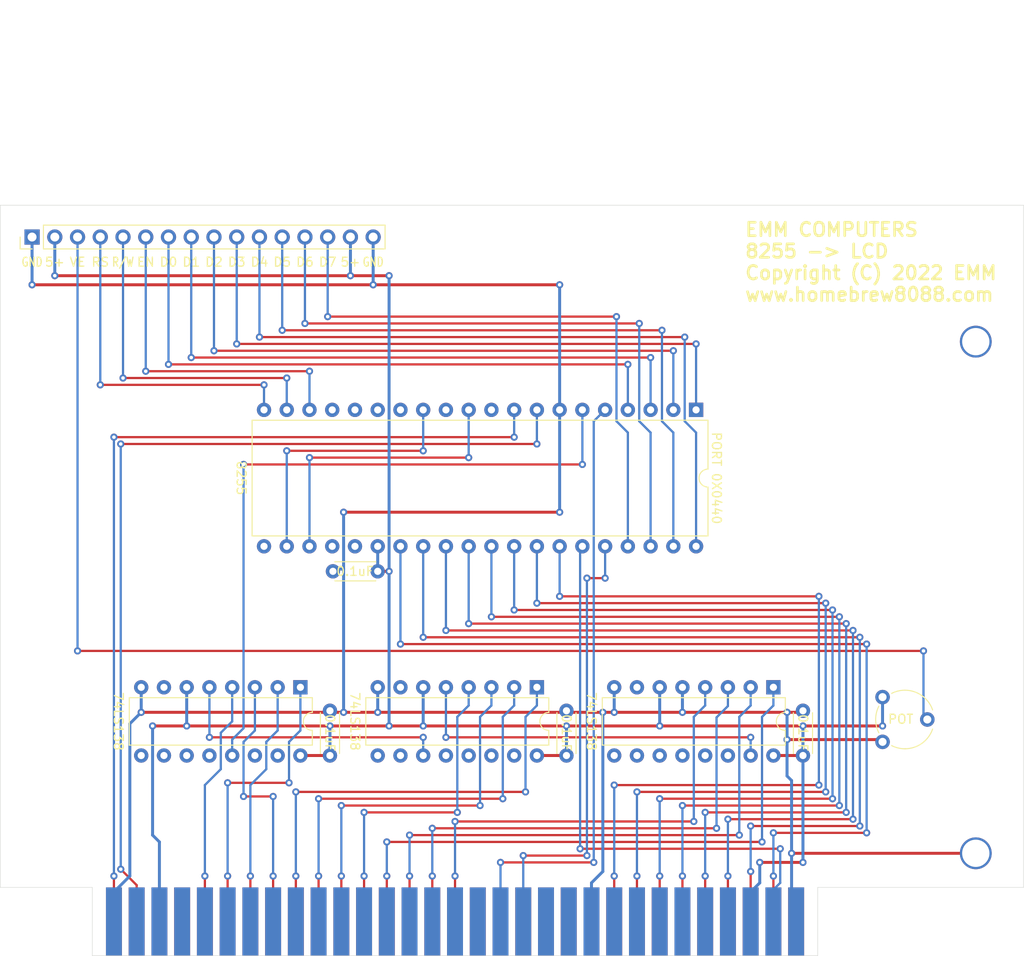
<source format=kicad_pcb>
(kicad_pcb (version 20171130) (host pcbnew "(5.1.8)-1")

  (general
    (thickness 1.6)
    (drawings 35)
    (tracks 429)
    (zones 0)
    (modules 13)
    (nets 107)
  )

  (page A4)
  (layers
    (0 F.Cu signal)
    (31 B.Cu signal)
    (32 B.Adhes user)
    (33 F.Adhes user)
    (34 B.Paste user)
    (35 F.Paste user)
    (36 B.SilkS user)
    (37 F.SilkS user)
    (38 B.Mask user)
    (39 F.Mask user)
    (40 Dwgs.User user)
    (41 Cmts.User user)
    (42 Eco1.User user)
    (43 Eco2.User user)
    (44 Edge.Cuts user)
    (45 Margin user)
    (46 B.CrtYd user)
    (47 F.CrtYd user)
    (48 B.Fab user)
    (49 F.Fab user)
  )

  (setup
    (last_trace_width 0.25)
    (trace_clearance 0.2)
    (zone_clearance 0.508)
    (zone_45_only no)
    (trace_min 0.2)
    (via_size 0.8)
    (via_drill 0.4)
    (via_min_size 0.4)
    (via_min_drill 0.3)
    (uvia_size 0.3)
    (uvia_drill 0.1)
    (uvias_allowed no)
    (uvia_min_size 0.2)
    (uvia_min_drill 0.1)
    (edge_width 0.05)
    (segment_width 0.2)
    (pcb_text_width 0.3)
    (pcb_text_size 1.5 1.5)
    (mod_edge_width 0.12)
    (mod_text_size 1 1)
    (mod_text_width 0.15)
    (pad_size 3.556 3.556)
    (pad_drill 3.048)
    (pad_to_mask_clearance 0)
    (aux_axis_origin 0 0)
    (visible_elements 7FFFFFFF)
    (pcbplotparams
      (layerselection 0x010fc_ffffffff)
      (usegerberextensions false)
      (usegerberattributes false)
      (usegerberadvancedattributes true)
      (creategerberjobfile true)
      (excludeedgelayer true)
      (linewidth 0.100000)
      (plotframeref false)
      (viasonmask false)
      (mode 1)
      (useauxorigin false)
      (hpglpennumber 1)
      (hpglpenspeed 20)
      (hpglpendiameter 15.000000)
      (psnegative false)
      (psa4output false)
      (plotreference true)
      (plotvalue true)
      (plotinvisibletext false)
      (padsonsilk false)
      (subtractmaskfromsilk false)
      (outputformat 1)
      (mirror false)
      (drillshape 0)
      (scaleselection 1)
      (outputdirectory "Gerber/"))
  )

  (net 0 "")
  (net 1 /5+)
  (net 2 /GND)
  (net 3 /A0)
  (net 4 /A1)
  (net 5 /A2)
  (net 6 /A3)
  (net 7 /A4)
  (net 8 /A5)
  (net 9 /A6)
  (net 10 /A7)
  (net 11 /A8)
  (net 12 /A9)
  (net 13 /A10)
  (net 14 /A11)
  (net 15 /A12)
  (net 16 /A13)
  (net 17 /A14)
  (net 18 /A15)
  (net 19 "Net-(J1-Pad46)")
  (net 20 "Net-(J1-Pad45)")
  (net 21 "Net-(J1-Pad44)")
  (net 22 "Net-(J1-Pad43)")
  (net 23 "Net-(J1-Pad42)")
  (net 24 "Net-(J1-Pad41)")
  (net 25 "Net-(J1-Pad32)")
  (net 26 "Net-(J1-Pad30)")
  (net 27 "Net-(J1-Pad28)")
  (net 28 "Net-(J1-Pad27)")
  (net 29 "Net-(J1-Pad26)")
  (net 30 "Net-(J1-Pad25)")
  (net 31 "Net-(J1-Pad24)")
  (net 32 "Net-(J1-Pad23)")
  (net 33 "Net-(J1-Pad22)")
  (net 34 "Net-(J1-Pad21)")
  (net 35 "Net-(J1-Pad20)")
  (net 36 "Net-(J1-Pad19)")
  (net 37 "Net-(J1-Pad18)")
  (net 38 "Net-(J1-Pad17)")
  (net 39 "Net-(J1-Pad16)")
  (net 40 "Net-(J1-Pad15)")
  (net 41 /IORD)
  (net 42 /IOWR)
  (net 43 "Net-(J1-Pad12)")
  (net 44 "Net-(J1-Pad11)")
  (net 45 "Net-(J1-Pad9)")
  (net 46 "Net-(J1-Pad8)")
  (net 47 "Net-(J1-Pad7)")
  (net 48 "Net-(J1-Pad6)")
  (net 49 "Net-(J1-Pad5)")
  (net 50 "Net-(J1-Pad4)")
  (net 51 /RESET)
  (net 52 /PA7)
  (net 53 /PA6)
  (net 54 /PA5)
  (net 55 /PA4)
  (net 56 /PA3)
  (net 57 /PA2)
  (net 58 /PA1)
  (net 59 /PA0)
  (net 60 /LCD_EN)
  (net 61 /LCD_RW)
  (net 62 /LCD_RS)
  (net 63 /CONTRAST)
  (net 64 /0X0XXX)
  (net 65 "Net-(U1-Pad7)")
  (net 66 "Net-(U1-Pad14)")
  (net 67 "Net-(U1-Pad13)")
  (net 68 "Net-(U1-Pad12)")
  (net 69 "Net-(U1-Pad11)")
  (net 70 "Net-(U1-Pad10)")
  (net 71 "Net-(U1-Pad9)")
  (net 72 "Net-(U2-Pad15)")
  (net 73 "Net-(U2-Pad7)")
  (net 74 "Net-(U2-Pad14)")
  (net 75 "Net-(U2-Pad13)")
  (net 76 "Net-(U2-Pad12)")
  (net 77 /0X04XX)
  (net 78 "Net-(U2-Pad10)")
  (net 79 "Net-(U2-Pad9)")
  (net 80 "Net-(U3-Pad15)")
  (net 81 "Net-(U3-Pad7)")
  (net 82 "Net-(U3-Pad14)")
  (net 83 /0X044X)
  (net 84 "Net-(U3-Pad12)")
  (net 85 "Net-(U3-Pad11)")
  (net 86 "Net-(U3-Pad10)")
  (net 87 "Net-(U3-Pad9)")
  (net 88 "Net-(U4-Pad17)")
  (net 89 "Net-(U4-Pad16)")
  (net 90 "Net-(U4-Pad15)")
  (net 91 /D0)
  (net 92 "Net-(U4-Pad14)")
  (net 93 /D1)
  (net 94 /STBA)
  (net 95 /D2)
  (net 96 "Net-(U4-Pad12)")
  (net 97 /D3)
  (net 98 /ACKA)
  (net 99 /D4)
  (net 100 "Net-(U4-Pad10)")
  (net 101 /D5)
  (net 102 /D6)
  (net 103 /D7)
  (net 104 "Net-(U4-Pad25)")
  (net 105 "Net-(U4-Pad24)")
  (net 106 "Net-(U4-Pad21)")

  (net_class Default "This is the default net class."
    (clearance 0.2)
    (trace_width 0.25)
    (via_dia 0.8)
    (via_drill 0.4)
    (uvia_dia 0.3)
    (uvia_drill 0.1)
    (add_net /0X044X)
    (add_net /0X04XX)
    (add_net /0X0XXX)
    (add_net /5+)
    (add_net /A0)
    (add_net /A1)
    (add_net /A10)
    (add_net /A11)
    (add_net /A12)
    (add_net /A13)
    (add_net /A14)
    (add_net /A15)
    (add_net /A2)
    (add_net /A3)
    (add_net /A4)
    (add_net /A5)
    (add_net /A6)
    (add_net /A7)
    (add_net /A8)
    (add_net /A9)
    (add_net /ACKA)
    (add_net /CONTRAST)
    (add_net /D0)
    (add_net /D1)
    (add_net /D2)
    (add_net /D3)
    (add_net /D4)
    (add_net /D5)
    (add_net /D6)
    (add_net /D7)
    (add_net /GND)
    (add_net /IORD)
    (add_net /IOWR)
    (add_net /LCD_EN)
    (add_net /LCD_RS)
    (add_net /LCD_RW)
    (add_net /PA0)
    (add_net /PA1)
    (add_net /PA2)
    (add_net /PA3)
    (add_net /PA4)
    (add_net /PA5)
    (add_net /PA6)
    (add_net /PA7)
    (add_net /RESET)
    (add_net /STBA)
    (add_net "Net-(J1-Pad11)")
    (add_net "Net-(J1-Pad12)")
    (add_net "Net-(J1-Pad15)")
    (add_net "Net-(J1-Pad16)")
    (add_net "Net-(J1-Pad17)")
    (add_net "Net-(J1-Pad18)")
    (add_net "Net-(J1-Pad19)")
    (add_net "Net-(J1-Pad20)")
    (add_net "Net-(J1-Pad21)")
    (add_net "Net-(J1-Pad22)")
    (add_net "Net-(J1-Pad23)")
    (add_net "Net-(J1-Pad24)")
    (add_net "Net-(J1-Pad25)")
    (add_net "Net-(J1-Pad26)")
    (add_net "Net-(J1-Pad27)")
    (add_net "Net-(J1-Pad28)")
    (add_net "Net-(J1-Pad30)")
    (add_net "Net-(J1-Pad32)")
    (add_net "Net-(J1-Pad4)")
    (add_net "Net-(J1-Pad41)")
    (add_net "Net-(J1-Pad42)")
    (add_net "Net-(J1-Pad43)")
    (add_net "Net-(J1-Pad44)")
    (add_net "Net-(J1-Pad45)")
    (add_net "Net-(J1-Pad46)")
    (add_net "Net-(J1-Pad5)")
    (add_net "Net-(J1-Pad6)")
    (add_net "Net-(J1-Pad7)")
    (add_net "Net-(J1-Pad8)")
    (add_net "Net-(J1-Pad9)")
    (add_net "Net-(U1-Pad10)")
    (add_net "Net-(U1-Pad11)")
    (add_net "Net-(U1-Pad12)")
    (add_net "Net-(U1-Pad13)")
    (add_net "Net-(U1-Pad14)")
    (add_net "Net-(U1-Pad7)")
    (add_net "Net-(U1-Pad9)")
    (add_net "Net-(U2-Pad10)")
    (add_net "Net-(U2-Pad12)")
    (add_net "Net-(U2-Pad13)")
    (add_net "Net-(U2-Pad14)")
    (add_net "Net-(U2-Pad15)")
    (add_net "Net-(U2-Pad7)")
    (add_net "Net-(U2-Pad9)")
    (add_net "Net-(U3-Pad10)")
    (add_net "Net-(U3-Pad11)")
    (add_net "Net-(U3-Pad12)")
    (add_net "Net-(U3-Pad14)")
    (add_net "Net-(U3-Pad15)")
    (add_net "Net-(U3-Pad7)")
    (add_net "Net-(U3-Pad9)")
    (add_net "Net-(U4-Pad10)")
    (add_net "Net-(U4-Pad12)")
    (add_net "Net-(U4-Pad14)")
    (add_net "Net-(U4-Pad15)")
    (add_net "Net-(U4-Pad16)")
    (add_net "Net-(U4-Pad17)")
    (add_net "Net-(U4-Pad21)")
    (add_net "Net-(U4-Pad24)")
    (add_net "Net-(U4-Pad25)")
  )

  (module My:BUS_8_BIT (layer F.Cu) (tedit 5FD96B49) (tstamp 6088B248)
    (at 173.228 142.24 270)
    (descr "AT ISA 16 bits Bus Edge Connector")
    (tags "BUS ISA AT Edge connector")
    (path /6088B9E1)
    (attr virtual)
    (fp_text reference J1 (at -3.556 45.339) (layer F.SilkS) hide
      (effects (font (size 1 1) (thickness 0.15)))
    )
    (fp_text value Bus_ISA_8bit (at -1.524 45.593) (layer F.Fab) hide
      (effects (font (size 1 1) (thickness 0.15)))
    )
    (fp_line (start 7.62 -2.413) (end 7.62 78.486) (layer F.Fab) (width 0.12))
    (fp_line (start 7.62 78.486) (end 7.62 78.613) (layer F.Fab) (width 0.12))
    (fp_line (start 0 78.613) (end 7.62 78.613) (layer F.Fab) (width 0.12))
    (fp_line (start 0 -2.413) (end 7.62 -2.413) (layer F.Fab) (width 0.12))
    (fp_line (start 0 -2.413) (end 0 -25.4) (layer F.Fab) (width 0.12))
    (fp_line (start 0 -25.4) (end -99.06 -25.4) (layer F.Fab) (width 0.12))
    (fp_line (start -99.06 -25.4) (end -99.06 78.613) (layer F.Fab) (width 0.12))
    (fp_line (start -2.921 -20.066) (end -2.921 -25.4) (layer F.Fab) (width 0.12))
    (fp_text user %R (at 3.175 64.77) (layer F.Fab) hide
      (effects (font (size 1 1) (thickness 0.15)))
    )
    (pad 62 connect rect (at 3.81 76.2) (size 1.78 7.62) (layers F.Cu F.Mask)
      (net 3 /A0))
    (pad 61 connect rect (at 3.81 73.66) (size 1.78 7.62) (layers F.Cu F.Mask)
      (net 4 /A1))
    (pad 60 connect rect (at 3.81 71.12) (size 1.78 7.62) (layers F.Cu F.Mask)
      (net 5 /A2))
    (pad 59 connect rect (at 3.81 68.58) (size 1.78 7.62) (layers F.Cu F.Mask)
      (net 6 /A3))
    (pad 58 connect rect (at 3.81 66.04) (size 1.78 7.62) (layers F.Cu F.Mask)
      (net 7 /A4))
    (pad 57 connect rect (at 3.81 63.5) (size 1.78 7.62) (layers F.Cu F.Mask)
      (net 8 /A5))
    (pad 56 connect rect (at 3.81 60.96) (size 1.78 7.62) (layers F.Cu F.Mask)
      (net 9 /A6))
    (pad 55 connect rect (at 3.81 58.42) (size 1.78 7.62) (layers F.Cu F.Mask)
      (net 10 /A7))
    (pad 54 connect rect (at 3.81 55.88) (size 1.78 7.62) (layers F.Cu F.Mask)
      (net 11 /A8))
    (pad 53 connect rect (at 3.81 53.34) (size 1.78 7.62) (layers F.Cu F.Mask)
      (net 12 /A9))
    (pad 52 connect rect (at 3.81 50.8) (size 1.78 7.62) (layers F.Cu F.Mask)
      (net 13 /A10))
    (pad 51 connect rect (at 3.81 48.26) (size 1.78 7.62) (layers F.Cu F.Mask)
      (net 14 /A11))
    (pad 50 connect rect (at 3.81 45.72) (size 1.78 7.62) (layers F.Cu F.Mask)
      (net 15 /A12))
    (pad 49 connect rect (at 3.81 43.18) (size 1.78 7.62) (layers F.Cu F.Mask)
      (net 16 /A13))
    (pad 48 connect rect (at 3.81 40.64) (size 1.78 7.62) (layers F.Cu F.Mask)
      (net 17 /A14))
    (pad 47 connect rect (at 3.81 38.1) (size 1.78 7.62) (layers F.Cu F.Mask)
      (net 18 /A15))
    (pad 46 connect rect (at 3.81 35.56) (size 1.78 7.62) (layers F.Cu F.Mask)
      (net 19 "Net-(J1-Pad46)"))
    (pad 45 connect rect (at 3.81 33.02) (size 1.78 7.62) (layers F.Cu F.Mask)
      (net 20 "Net-(J1-Pad45)"))
    (pad 44 connect rect (at 3.81 30.48) (size 1.78 7.62) (layers F.Cu F.Mask)
      (net 21 "Net-(J1-Pad44)"))
    (pad 43 connect rect (at 3.81 27.94) (size 1.78 7.62) (layers F.Cu F.Mask)
      (net 22 "Net-(J1-Pad43)"))
    (pad 42 connect rect (at 3.81 25.4) (size 1.78 7.62) (layers F.Cu F.Mask)
      (net 23 "Net-(J1-Pad42)"))
    (pad 41 connect rect (at 3.81 22.86) (size 1.78 7.62) (layers F.Cu F.Mask)
      (net 24 "Net-(J1-Pad41)"))
    (pad 40 connect rect (at 3.81 20.32) (size 1.78 7.62) (layers F.Cu F.Mask)
      (net 91 /D0))
    (pad 39 connect rect (at 3.81 17.78) (size 1.78 7.62) (layers F.Cu F.Mask)
      (net 93 /D1))
    (pad 38 connect rect (at 3.81 15.24) (size 1.78 7.62) (layers F.Cu F.Mask)
      (net 95 /D2))
    (pad 37 connect rect (at 3.81 12.7) (size 1.78 7.62) (layers F.Cu F.Mask)
      (net 97 /D3))
    (pad 36 connect rect (at 3.81 10.16) (size 1.78 7.62) (layers F.Cu F.Mask)
      (net 99 /D4))
    (pad 35 connect rect (at 3.81 7.62) (size 1.78 7.62) (layers F.Cu F.Mask)
      (net 101 /D5))
    (pad 34 connect rect (at 3.81 5.08) (size 1.78 7.62) (layers F.Cu F.Mask)
      (net 102 /D6))
    (pad 33 connect rect (at 3.81 2.54) (size 1.78 7.62) (layers F.Cu F.Mask)
      (net 103 /D7))
    (pad 32 connect rect (at 3.81 0) (size 1.78 7.62) (layers F.Cu F.Mask)
      (net 25 "Net-(J1-Pad32)"))
    (pad 31 connect rect (at 3.81 76.2) (size 1.78 7.62) (layers B.Cu B.Mask)
      (net 2 /GND))
    (pad 30 connect rect (at 3.81 73.66) (size 1.78 7.62) (layers B.Cu B.Mask)
      (net 26 "Net-(J1-Pad30)"))
    (pad 29 connect rect (at 3.81 71.12) (size 1.78 7.62) (layers B.Cu B.Mask)
      (net 1 /5+))
    (pad 28 connect rect (at 3.81 68.58) (size 1.78 7.62) (layers B.Cu B.Mask)
      (net 27 "Net-(J1-Pad28)"))
    (pad 27 connect rect (at 3.81 66.04) (size 1.78 7.62) (layers B.Cu B.Mask)
      (net 28 "Net-(J1-Pad27)"))
    (pad 26 connect rect (at 3.81 63.5) (size 1.78 7.62) (layers B.Cu B.Mask)
      (net 29 "Net-(J1-Pad26)"))
    (pad 25 connect rect (at 3.81 60.96) (size 1.78 7.62) (layers B.Cu B.Mask)
      (net 30 "Net-(J1-Pad25)"))
    (pad 24 connect rect (at 3.81 58.42) (size 1.78 7.62) (layers B.Cu B.Mask)
      (net 31 "Net-(J1-Pad24)"))
    (pad 23 connect rect (at 3.81 55.88) (size 1.78 7.62) (layers B.Cu B.Mask)
      (net 32 "Net-(J1-Pad23)"))
    (pad 22 connect rect (at 3.81 53.34) (size 1.78 7.62) (layers B.Cu B.Mask)
      (net 33 "Net-(J1-Pad22)"))
    (pad 21 connect rect (at 3.81 50.8) (size 1.78 7.62) (layers B.Cu B.Mask)
      (net 34 "Net-(J1-Pad21)"))
    (pad 20 connect rect (at 3.81 48.26) (size 1.78 7.62) (layers B.Cu B.Mask)
      (net 35 "Net-(J1-Pad20)"))
    (pad 19 connect rect (at 3.81 45.72) (size 1.78 7.62) (layers B.Cu B.Mask)
      (net 36 "Net-(J1-Pad19)"))
    (pad 18 connect rect (at 3.81 43.18) (size 1.78 7.62) (layers B.Cu B.Mask)
      (net 37 "Net-(J1-Pad18)"))
    (pad 17 connect rect (at 3.81 40.64) (size 1.78 7.62) (layers B.Cu B.Mask)
      (net 38 "Net-(J1-Pad17)"))
    (pad 16 connect rect (at 3.81 38.1) (size 1.78 7.62) (layers B.Cu B.Mask)
      (net 39 "Net-(J1-Pad16)"))
    (pad 15 connect rect (at 3.81 35.56) (size 1.78 7.62) (layers B.Cu B.Mask)
      (net 40 "Net-(J1-Pad15)"))
    (pad 14 connect rect (at 3.81 33.02) (size 1.78 7.62) (layers B.Cu B.Mask)
      (net 41 /IORD))
    (pad 13 connect rect (at 3.81 30.48) (size 1.78 7.62) (layers B.Cu B.Mask)
      (net 42 /IOWR))
    (pad 12 connect rect (at 3.81 27.94) (size 1.78 7.62) (layers B.Cu B.Mask)
      (net 43 "Net-(J1-Pad12)"))
    (pad 11 connect rect (at 3.81 25.4) (size 1.78 7.62) (layers B.Cu B.Mask)
      (net 44 "Net-(J1-Pad11)"))
    (pad 10 connect rect (at 3.81 22.86) (size 1.78 7.62) (layers B.Cu B.Mask)
      (net 2 /GND))
    (pad 9 connect rect (at 3.81 20.32) (size 1.78 7.62) (layers B.Cu B.Mask)
      (net 45 "Net-(J1-Pad9)"))
    (pad 8 connect rect (at 3.81 17.78) (size 1.78 7.62) (layers B.Cu B.Mask)
      (net 46 "Net-(J1-Pad8)"))
    (pad 7 connect rect (at 3.81 15.24) (size 1.78 7.62) (layers B.Cu B.Mask)
      (net 47 "Net-(J1-Pad7)"))
    (pad 6 connect rect (at 3.81 12.7) (size 1.78 7.62) (layers B.Cu B.Mask)
      (net 48 "Net-(J1-Pad6)"))
    (pad 5 connect rect (at 3.81 10.16) (size 1.78 7.62) (layers B.Cu B.Mask)
      (net 49 "Net-(J1-Pad5)"))
    (pad 4 connect rect (at 3.81 7.62) (size 1.78 7.62) (layers B.Cu B.Mask)
      (net 50 "Net-(J1-Pad4)"))
    (pad 3 connect rect (at 3.81 5.08) (size 1.78 7.62) (layers B.Cu B.Mask)
      (net 1 /5+))
    (pad 2 connect rect (at 3.81 2.54) (size 1.78 7.62) (layers B.Cu B.Mask)
      (net 51 /RESET))
    (pad 1 connect rect (at 3.81 0) (size 1.78 7.62) (layers B.Cu B.Mask)
      (net 2 /GND))
  )

  (module Motherboard:Large_Via (layer F.Cu) (tedit 608881CA) (tstamp 608851D6)
    (at 193.294 138.43)
    (fp_text reference R (at 0 0) (layer Dwgs.User) hide
      (effects (font (size 1 1) (thickness 0.15)))
    )
    (fp_text value L (at 0 0) (layer F.Fab) hide
      (effects (font (size 1 1) (thickness 0.15)))
    )
    (pad 1 thru_hole circle (at 0 0) (size 3.556 3.556) (drill 3.048) (layers *.Cu *.Mask)
      (net 2 /GND))
  )

  (module Motherboard:Large_Via (layer F.Cu) (tedit 5FE7795D) (tstamp 608851D2)
    (at 193.294 81.28)
    (fp_text reference R (at 0 0) (layer Dwgs.User) hide
      (effects (font (size 1 1) (thickness 0.15)))
    )
    (fp_text value L (at 0 0) (layer F.Fab) hide
      (effects (font (size 1 1) (thickness 0.15)))
    )
    (pad 1 thru_hole circle (at 0 0) (size 3.556 3.556) (drill 3.048) (layers *.Cu *.Mask))
  )

  (module Potentiometer_THT:Potentiometer_Piher_PT-6-V_Vertical (layer F.Cu) (tedit 5A3D4993) (tstamp 60888CBE)
    (at 182.88 125.984)
    (descr "Potentiometer, vertical, Piher PT-6-V, http://www.piher-nacesa.com/pdf/11-PT6v03.pdf")
    (tags "Potentiometer vertical Piher PT-6-V")
    (path /608A74AC)
    (fp_text reference RV1 (at 2.5 -7.06) (layer F.SilkS) hide
      (effects (font (size 1 1) (thickness 0.15)))
    )
    (fp_text value R_POT (at 2.5 2.06) (layer F.Fab) hide
      (effects (font (size 1 1) (thickness 0.15)))
    )
    (fp_circle (center 2.5 -2.5) (end 5.65 -2.5) (layer F.Fab) (width 0.1))
    (fp_circle (center 2.5 -2.5) (end 3.4 -2.5) (layer F.Fab) (width 0.1))
    (fp_line (start -1.1 -6.1) (end -1.1 1.1) (layer F.CrtYd) (width 0.05))
    (fp_line (start -1.1 1.1) (end 6.1 1.1) (layer F.CrtYd) (width 0.05))
    (fp_line (start 6.1 1.1) (end 6.1 -6.1) (layer F.CrtYd) (width 0.05))
    (fp_line (start 6.1 -6.1) (end -1.1 -6.1) (layer F.CrtYd) (width 0.05))
    (fp_text user %R (at 0.55 -2.5 90) (layer F.Fab) hide
      (effects (font (size 1 1) (thickness 0.15)))
    )
    (fp_arc (start 2.5 -2.5) (end 1.015 0.414) (angle -28) (layer F.SilkS) (width 0.12))
    (fp_arc (start 2.5 -2.5) (end -0.414 -3.984) (angle -54) (layer F.SilkS) (width 0.12))
    (fp_arc (start 2.5 -2.5) (end 5.592 -3.564) (angle -98) (layer F.SilkS) (width 0.12))
    (fp_arc (start 2.5 -2.5) (end 2.5 0.77) (angle -71) (layer F.SilkS) (width 0.12))
    (pad 1 thru_hole circle (at 0 0) (size 1.62 1.62) (drill 0.9) (layers *.Cu *.Mask)
      (net 2 /GND))
    (pad 2 thru_hole circle (at 5 -2.5) (size 1.62 1.62) (drill 0.9) (layers *.Cu *.Mask)
      (net 63 /CONTRAST))
    (pad 3 thru_hole circle (at 0 -5) (size 1.62 1.62) (drill 0.9) (layers *.Cu *.Mask)
      (net 1 /5+))
    (model ${KISYS3DMOD}/Potentiometer_THT.3dshapes/Potentiometer_Piher_PT-6-V_Vertical.wrl
      (at (xyz 0 0 0))
      (scale (xyz 1 1 1))
      (rotate (xyz 0 0 0))
    )
  )

  (module Package_DIP:DIP-40_W15.24mm (layer F.Cu) (tedit 5A02E8C5) (tstamp 608883B4)
    (at 162.052 88.9 270)
    (descr "40-lead though-hole mounted DIP package, row spacing 15.24 mm (600 mils)")
    (tags "THT DIP DIL PDIP 2.54mm 15.24mm 600mil")
    (path /608819A6)
    (fp_text reference U4 (at 7.62 -2.33 90) (layer F.SilkS) hide
      (effects (font (size 1 1) (thickness 0.15)))
    )
    (fp_text value 8255 (at 7.62 50.59 270) (layer F.Fab) hide
      (effects (font (size 1 1) (thickness 0.15)))
    )
    (fp_line (start 1.255 -1.27) (end 14.985 -1.27) (layer F.Fab) (width 0.1))
    (fp_line (start 14.985 -1.27) (end 14.985 49.53) (layer F.Fab) (width 0.1))
    (fp_line (start 14.985 49.53) (end 0.255 49.53) (layer F.Fab) (width 0.1))
    (fp_line (start 0.255 49.53) (end 0.255 -0.27) (layer F.Fab) (width 0.1))
    (fp_line (start 0.255 -0.27) (end 1.255 -1.27) (layer F.Fab) (width 0.1))
    (fp_line (start 6.62 -1.33) (end 1.16 -1.33) (layer F.SilkS) (width 0.12))
    (fp_line (start 1.16 -1.33) (end 1.16 49.59) (layer F.SilkS) (width 0.12))
    (fp_line (start 1.16 49.59) (end 14.08 49.59) (layer F.SilkS) (width 0.12))
    (fp_line (start 14.08 49.59) (end 14.08 -1.33) (layer F.SilkS) (width 0.12))
    (fp_line (start 14.08 -1.33) (end 8.62 -1.33) (layer F.SilkS) (width 0.12))
    (fp_line (start -1.05 -1.55) (end -1.05 49.8) (layer F.CrtYd) (width 0.05))
    (fp_line (start -1.05 49.8) (end 16.3 49.8) (layer F.CrtYd) (width 0.05))
    (fp_line (start 16.3 49.8) (end 16.3 -1.55) (layer F.CrtYd) (width 0.05))
    (fp_line (start 16.3 -1.55) (end -1.05 -1.55) (layer F.CrtYd) (width 0.05))
    (fp_text user %R (at 7.62 24.13 90) (layer F.Fab) hide
      (effects (font (size 1 1) (thickness 0.15)))
    )
    (fp_arc (start 7.62 -1.33) (end 6.62 -1.33) (angle -180) (layer F.SilkS) (width 0.12))
    (pad 40 thru_hole oval (at 15.24 0 270) (size 1.6 1.6) (drill 0.8) (layers *.Cu *.Mask)
      (net 55 /PA4))
    (pad 20 thru_hole oval (at 0 48.26 270) (size 1.6 1.6) (drill 0.8) (layers *.Cu *.Mask)
      (net 62 /LCD_RS))
    (pad 39 thru_hole oval (at 15.24 2.54 270) (size 1.6 1.6) (drill 0.8) (layers *.Cu *.Mask)
      (net 54 /PA5))
    (pad 19 thru_hole oval (at 0 45.72 270) (size 1.6 1.6) (drill 0.8) (layers *.Cu *.Mask)
      (net 61 /LCD_RW))
    (pad 38 thru_hole oval (at 15.24 5.08 270) (size 1.6 1.6) (drill 0.8) (layers *.Cu *.Mask)
      (net 53 /PA6))
    (pad 18 thru_hole oval (at 0 43.18 270) (size 1.6 1.6) (drill 0.8) (layers *.Cu *.Mask)
      (net 60 /LCD_EN))
    (pad 37 thru_hole oval (at 15.24 7.62 270) (size 1.6 1.6) (drill 0.8) (layers *.Cu *.Mask)
      (net 52 /PA7))
    (pad 17 thru_hole oval (at 0 40.64 270) (size 1.6 1.6) (drill 0.8) (layers *.Cu *.Mask)
      (net 88 "Net-(U4-Pad17)"))
    (pad 36 thru_hole oval (at 15.24 10.16 270) (size 1.6 1.6) (drill 0.8) (layers *.Cu *.Mask)
      (net 42 /IOWR))
    (pad 16 thru_hole oval (at 0 38.1 270) (size 1.6 1.6) (drill 0.8) (layers *.Cu *.Mask)
      (net 89 "Net-(U4-Pad16)"))
    (pad 35 thru_hole oval (at 15.24 12.7 270) (size 1.6 1.6) (drill 0.8) (layers *.Cu *.Mask)
      (net 51 /RESET))
    (pad 15 thru_hole oval (at 0 35.56 270) (size 1.6 1.6) (drill 0.8) (layers *.Cu *.Mask)
      (net 90 "Net-(U4-Pad15)"))
    (pad 34 thru_hole oval (at 15.24 15.24 270) (size 1.6 1.6) (drill 0.8) (layers *.Cu *.Mask)
      (net 91 /D0))
    (pad 14 thru_hole oval (at 0 33.02 270) (size 1.6 1.6) (drill 0.8) (layers *.Cu *.Mask)
      (net 92 "Net-(U4-Pad14)"))
    (pad 33 thru_hole oval (at 15.24 17.78 270) (size 1.6 1.6) (drill 0.8) (layers *.Cu *.Mask)
      (net 93 /D1))
    (pad 13 thru_hole oval (at 0 30.48 270) (size 1.6 1.6) (drill 0.8) (layers *.Cu *.Mask)
      (net 94 /STBA))
    (pad 32 thru_hole oval (at 15.24 20.32 270) (size 1.6 1.6) (drill 0.8) (layers *.Cu *.Mask)
      (net 95 /D2))
    (pad 12 thru_hole oval (at 0 27.94 270) (size 1.6 1.6) (drill 0.8) (layers *.Cu *.Mask)
      (net 96 "Net-(U4-Pad12)"))
    (pad 31 thru_hole oval (at 15.24 22.86 270) (size 1.6 1.6) (drill 0.8) (layers *.Cu *.Mask)
      (net 97 /D3))
    (pad 11 thru_hole oval (at 0 25.4 270) (size 1.6 1.6) (drill 0.8) (layers *.Cu *.Mask)
      (net 98 /ACKA))
    (pad 30 thru_hole oval (at 15.24 25.4 270) (size 1.6 1.6) (drill 0.8) (layers *.Cu *.Mask)
      (net 99 /D4))
    (pad 10 thru_hole oval (at 0 22.86 270) (size 1.6 1.6) (drill 0.8) (layers *.Cu *.Mask)
      (net 100 "Net-(U4-Pad10)"))
    (pad 29 thru_hole oval (at 15.24 27.94 270) (size 1.6 1.6) (drill 0.8) (layers *.Cu *.Mask)
      (net 101 /D5))
    (pad 9 thru_hole oval (at 0 20.32 270) (size 1.6 1.6) (drill 0.8) (layers *.Cu *.Mask)
      (net 3 /A0))
    (pad 28 thru_hole oval (at 15.24 30.48 270) (size 1.6 1.6) (drill 0.8) (layers *.Cu *.Mask)
      (net 102 /D6))
    (pad 8 thru_hole oval (at 0 17.78 270) (size 1.6 1.6) (drill 0.8) (layers *.Cu *.Mask)
      (net 4 /A1))
    (pad 27 thru_hole oval (at 15.24 33.02 270) (size 1.6 1.6) (drill 0.8) (layers *.Cu *.Mask)
      (net 103 /D7))
    (pad 7 thru_hole oval (at 0 15.24 270) (size 1.6 1.6) (drill 0.8) (layers *.Cu *.Mask)
      (net 2 /GND))
    (pad 26 thru_hole oval (at 15.24 35.56 270) (size 1.6 1.6) (drill 0.8) (layers *.Cu *.Mask)
      (net 1 /5+))
    (pad 6 thru_hole oval (at 0 12.7 270) (size 1.6 1.6) (drill 0.8) (layers *.Cu *.Mask)
      (net 83 /0X044X))
    (pad 25 thru_hole oval (at 15.24 38.1 270) (size 1.6 1.6) (drill 0.8) (layers *.Cu *.Mask)
      (net 104 "Net-(U4-Pad25)"))
    (pad 5 thru_hole oval (at 0 10.16 270) (size 1.6 1.6) (drill 0.8) (layers *.Cu *.Mask)
      (net 41 /IORD))
    (pad 24 thru_hole oval (at 15.24 40.64 270) (size 1.6 1.6) (drill 0.8) (layers *.Cu *.Mask)
      (net 105 "Net-(U4-Pad24)"))
    (pad 4 thru_hole oval (at 0 7.62 270) (size 1.6 1.6) (drill 0.8) (layers *.Cu *.Mask)
      (net 59 /PA0))
    (pad 23 thru_hole oval (at 15.24 43.18 270) (size 1.6 1.6) (drill 0.8) (layers *.Cu *.Mask)
      (net 98 /ACKA))
    (pad 3 thru_hole oval (at 0 5.08 270) (size 1.6 1.6) (drill 0.8) (layers *.Cu *.Mask)
      (net 58 /PA1))
    (pad 22 thru_hole oval (at 15.24 45.72 270) (size 1.6 1.6) (drill 0.8) (layers *.Cu *.Mask)
      (net 94 /STBA))
    (pad 2 thru_hole oval (at 0 2.54 270) (size 1.6 1.6) (drill 0.8) (layers *.Cu *.Mask)
      (net 57 /PA2))
    (pad 21 thru_hole oval (at 15.24 48.26 270) (size 1.6 1.6) (drill 0.8) (layers *.Cu *.Mask)
      (net 106 "Net-(U4-Pad21)"))
    (pad 1 thru_hole rect (at 0 0 270) (size 1.6 1.6) (drill 0.8) (layers *.Cu *.Mask)
      (net 56 /PA3))
    (model ${KISYS3DMOD}/Package_DIP.3dshapes/DIP-40_W15.24mm.wrl
      (at (xyz 0 0 0))
      (scale (xyz 1 1 1))
      (rotate (xyz 0 0 0))
    )
  )

  (module Package_DIP:DIP-16_W7.62mm (layer F.Cu) (tedit 5A02E8C5) (tstamp 60888378)
    (at 117.856 119.888 270)
    (descr "16-lead though-hole mounted DIP package, row spacing 7.62 mm (300 mils)")
    (tags "THT DIP DIL PDIP 2.54mm 7.62mm 300mil")
    (path /60884340)
    (fp_text reference U3 (at 3.81 -2.33 90) (layer F.SilkS) hide
      (effects (font (size 1 1) (thickness 0.15)))
    )
    (fp_text value 74LS138 (at 3.81 20.11 90) (layer F.Fab) hide
      (effects (font (size 1 1) (thickness 0.15)))
    )
    (fp_line (start 1.635 -1.27) (end 6.985 -1.27) (layer F.Fab) (width 0.1))
    (fp_line (start 6.985 -1.27) (end 6.985 19.05) (layer F.Fab) (width 0.1))
    (fp_line (start 6.985 19.05) (end 0.635 19.05) (layer F.Fab) (width 0.1))
    (fp_line (start 0.635 19.05) (end 0.635 -0.27) (layer F.Fab) (width 0.1))
    (fp_line (start 0.635 -0.27) (end 1.635 -1.27) (layer F.Fab) (width 0.1))
    (fp_line (start 2.81 -1.33) (end 1.16 -1.33) (layer F.SilkS) (width 0.12))
    (fp_line (start 1.16 -1.33) (end 1.16 19.11) (layer F.SilkS) (width 0.12))
    (fp_line (start 1.16 19.11) (end 6.46 19.11) (layer F.SilkS) (width 0.12))
    (fp_line (start 6.46 19.11) (end 6.46 -1.33) (layer F.SilkS) (width 0.12))
    (fp_line (start 6.46 -1.33) (end 4.81 -1.33) (layer F.SilkS) (width 0.12))
    (fp_line (start -1.1 -1.55) (end -1.1 19.3) (layer F.CrtYd) (width 0.05))
    (fp_line (start -1.1 19.3) (end 8.7 19.3) (layer F.CrtYd) (width 0.05))
    (fp_line (start 8.7 19.3) (end 8.7 -1.55) (layer F.CrtYd) (width 0.05))
    (fp_line (start 8.7 -1.55) (end -1.1 -1.55) (layer F.CrtYd) (width 0.05))
    (fp_text user %R (at 3.81 8.89 90) (layer F.Fab) hide
      (effects (font (size 1 1) (thickness 0.15)))
    )
    (fp_arc (start 3.81 -1.33) (end 2.81 -1.33) (angle -180) (layer F.SilkS) (width 0.12))
    (pad 16 thru_hole oval (at 7.62 0 270) (size 1.6 1.6) (drill 0.8) (layers *.Cu *.Mask)
      (net 1 /5+))
    (pad 8 thru_hole oval (at 0 17.78 270) (size 1.6 1.6) (drill 0.8) (layers *.Cu *.Mask)
      (net 2 /GND))
    (pad 15 thru_hole oval (at 7.62 2.54 270) (size 1.6 1.6) (drill 0.8) (layers *.Cu *.Mask)
      (net 80 "Net-(U3-Pad15)"))
    (pad 7 thru_hole oval (at 0 15.24 270) (size 1.6 1.6) (drill 0.8) (layers *.Cu *.Mask)
      (net 81 "Net-(U3-Pad7)"))
    (pad 14 thru_hole oval (at 7.62 5.08 270) (size 1.6 1.6) (drill 0.8) (layers *.Cu *.Mask)
      (net 82 "Net-(U3-Pad14)"))
    (pad 6 thru_hole oval (at 0 12.7 270) (size 1.6 1.6) (drill 0.8) (layers *.Cu *.Mask)
      (net 1 /5+))
    (pad 13 thru_hole oval (at 7.62 7.62 270) (size 1.6 1.6) (drill 0.8) (layers *.Cu *.Mask)
      (net 83 /0X044X))
    (pad 5 thru_hole oval (at 0 10.16 270) (size 1.6 1.6) (drill 0.8) (layers *.Cu *.Mask)
      (net 77 /0X04XX))
    (pad 12 thru_hole oval (at 7.62 10.16 270) (size 1.6 1.6) (drill 0.8) (layers *.Cu *.Mask)
      (net 84 "Net-(U3-Pad12)"))
    (pad 4 thru_hole oval (at 0 7.62 270) (size 1.6 1.6) (drill 0.8) (layers *.Cu *.Mask)
      (net 7 /A4))
    (pad 11 thru_hole oval (at 7.62 12.7 270) (size 1.6 1.6) (drill 0.8) (layers *.Cu *.Mask)
      (net 85 "Net-(U3-Pad11)"))
    (pad 3 thru_hole oval (at 0 5.08 270) (size 1.6 1.6) (drill 0.8) (layers *.Cu *.Mask)
      (net 10 /A7))
    (pad 10 thru_hole oval (at 7.62 15.24 270) (size 1.6 1.6) (drill 0.8) (layers *.Cu *.Mask)
      (net 86 "Net-(U3-Pad10)"))
    (pad 2 thru_hole oval (at 0 2.54 270) (size 1.6 1.6) (drill 0.8) (layers *.Cu *.Mask)
      (net 9 /A6))
    (pad 9 thru_hole oval (at 7.62 17.78 270) (size 1.6 1.6) (drill 0.8) (layers *.Cu *.Mask)
      (net 87 "Net-(U3-Pad9)"))
    (pad 1 thru_hole rect (at 0 0 270) (size 1.6 1.6) (drill 0.8) (layers *.Cu *.Mask)
      (net 8 /A5))
    (model ${KISYS3DMOD}/Package_DIP.3dshapes/DIP-16_W7.62mm.wrl
      (at (xyz 0 0 0))
      (scale (xyz 1 1 1))
      (rotate (xyz 0 0 0))
    )
  )

  (module Package_DIP:DIP-16_W7.62mm (layer F.Cu) (tedit 5A02E8C5) (tstamp 60888354)
    (at 144.272 119.888 270)
    (descr "16-lead though-hole mounted DIP package, row spacing 7.62 mm (300 mils)")
    (tags "THT DIP DIL PDIP 2.54mm 7.62mm 300mil")
    (path /60883B8E)
    (fp_text reference U2 (at 3.81 -2.33 90) (layer F.SilkS) hide
      (effects (font (size 1 1) (thickness 0.15)))
    )
    (fp_text value 74LS138 (at 3.81 20.11 270) (layer F.Fab) hide
      (effects (font (size 1 1) (thickness 0.15)))
    )
    (fp_line (start 1.635 -1.27) (end 6.985 -1.27) (layer F.Fab) (width 0.1))
    (fp_line (start 6.985 -1.27) (end 6.985 19.05) (layer F.Fab) (width 0.1))
    (fp_line (start 6.985 19.05) (end 0.635 19.05) (layer F.Fab) (width 0.1))
    (fp_line (start 0.635 19.05) (end 0.635 -0.27) (layer F.Fab) (width 0.1))
    (fp_line (start 0.635 -0.27) (end 1.635 -1.27) (layer F.Fab) (width 0.1))
    (fp_line (start 2.81 -1.33) (end 1.16 -1.33) (layer F.SilkS) (width 0.12))
    (fp_line (start 1.16 -1.33) (end 1.16 19.11) (layer F.SilkS) (width 0.12))
    (fp_line (start 1.16 19.11) (end 6.46 19.11) (layer F.SilkS) (width 0.12))
    (fp_line (start 6.46 19.11) (end 6.46 -1.33) (layer F.SilkS) (width 0.12))
    (fp_line (start 6.46 -1.33) (end 4.81 -1.33) (layer F.SilkS) (width 0.12))
    (fp_line (start -1.1 -1.55) (end -1.1 19.3) (layer F.CrtYd) (width 0.05))
    (fp_line (start -1.1 19.3) (end 8.7 19.3) (layer F.CrtYd) (width 0.05))
    (fp_line (start 8.7 19.3) (end 8.7 -1.55) (layer F.CrtYd) (width 0.05))
    (fp_line (start 8.7 -1.55) (end -1.1 -1.55) (layer F.CrtYd) (width 0.05))
    (fp_text user %R (at 3.81 8.89 90) (layer F.Fab) hide
      (effects (font (size 1 1) (thickness 0.15)))
    )
    (fp_arc (start 3.81 -1.33) (end 2.81 -1.33) (angle -180) (layer F.SilkS) (width 0.12))
    (pad 16 thru_hole oval (at 7.62 0 270) (size 1.6 1.6) (drill 0.8) (layers *.Cu *.Mask)
      (net 1 /5+))
    (pad 8 thru_hole oval (at 0 17.78 270) (size 1.6 1.6) (drill 0.8) (layers *.Cu *.Mask)
      (net 2 /GND))
    (pad 15 thru_hole oval (at 7.62 2.54 270) (size 1.6 1.6) (drill 0.8) (layers *.Cu *.Mask)
      (net 72 "Net-(U2-Pad15)"))
    (pad 7 thru_hole oval (at 0 15.24 270) (size 1.6 1.6) (drill 0.8) (layers *.Cu *.Mask)
      (net 73 "Net-(U2-Pad7)"))
    (pad 14 thru_hole oval (at 7.62 5.08 270) (size 1.6 1.6) (drill 0.8) (layers *.Cu *.Mask)
      (net 74 "Net-(U2-Pad14)"))
    (pad 6 thru_hole oval (at 0 12.7 270) (size 1.6 1.6) (drill 0.8) (layers *.Cu *.Mask)
      (net 1 /5+))
    (pad 13 thru_hole oval (at 7.62 7.62 270) (size 1.6 1.6) (drill 0.8) (layers *.Cu *.Mask)
      (net 75 "Net-(U2-Pad13)"))
    (pad 5 thru_hole oval (at 0 10.16 270) (size 1.6 1.6) (drill 0.8) (layers *.Cu *.Mask)
      (net 64 /0X0XXX))
    (pad 12 thru_hole oval (at 7.62 10.16 270) (size 1.6 1.6) (drill 0.8) (layers *.Cu *.Mask)
      (net 76 "Net-(U2-Pad12)"))
    (pad 4 thru_hole oval (at 0 7.62 270) (size 1.6 1.6) (drill 0.8) (layers *.Cu *.Mask)
      (net 14 /A11))
    (pad 11 thru_hole oval (at 7.62 12.7 270) (size 1.6 1.6) (drill 0.8) (layers *.Cu *.Mask)
      (net 77 /0X04XX))
    (pad 3 thru_hole oval (at 0 5.08 270) (size 1.6 1.6) (drill 0.8) (layers *.Cu *.Mask)
      (net 13 /A10))
    (pad 10 thru_hole oval (at 7.62 15.24 270) (size 1.6 1.6) (drill 0.8) (layers *.Cu *.Mask)
      (net 78 "Net-(U2-Pad10)"))
    (pad 2 thru_hole oval (at 0 2.54 270) (size 1.6 1.6) (drill 0.8) (layers *.Cu *.Mask)
      (net 12 /A9))
    (pad 9 thru_hole oval (at 7.62 17.78 270) (size 1.6 1.6) (drill 0.8) (layers *.Cu *.Mask)
      (net 79 "Net-(U2-Pad9)"))
    (pad 1 thru_hole rect (at 0 0 270) (size 1.6 1.6) (drill 0.8) (layers *.Cu *.Mask)
      (net 11 /A8))
    (model ${KISYS3DMOD}/Package_DIP.3dshapes/DIP-16_W7.62mm.wrl
      (at (xyz 0 0 0))
      (scale (xyz 1 1 1))
      (rotate (xyz 0 0 0))
    )
  )

  (module Package_DIP:DIP-16_W7.62mm (layer F.Cu) (tedit 5A02E8C5) (tstamp 60888330)
    (at 170.688 119.888 270)
    (descr "16-lead though-hole mounted DIP package, row spacing 7.62 mm (300 mils)")
    (tags "THT DIP DIL PDIP 2.54mm 7.62mm 300mil")
    (path /6088325F)
    (fp_text reference U1 (at 3.81 -2.33 90) (layer F.SilkS) hide
      (effects (font (size 1 1) (thickness 0.15)))
    )
    (fp_text value 74LS138 (at 3.81 20.11 90) (layer F.Fab) hide
      (effects (font (size 1 1) (thickness 0.15)))
    )
    (fp_line (start 1.635 -1.27) (end 6.985 -1.27) (layer F.Fab) (width 0.1))
    (fp_line (start 6.985 -1.27) (end 6.985 19.05) (layer F.Fab) (width 0.1))
    (fp_line (start 6.985 19.05) (end 0.635 19.05) (layer F.Fab) (width 0.1))
    (fp_line (start 0.635 19.05) (end 0.635 -0.27) (layer F.Fab) (width 0.1))
    (fp_line (start 0.635 -0.27) (end 1.635 -1.27) (layer F.Fab) (width 0.1))
    (fp_line (start 2.81 -1.33) (end 1.16 -1.33) (layer F.SilkS) (width 0.12))
    (fp_line (start 1.16 -1.33) (end 1.16 19.11) (layer F.SilkS) (width 0.12))
    (fp_line (start 1.16 19.11) (end 6.46 19.11) (layer F.SilkS) (width 0.12))
    (fp_line (start 6.46 19.11) (end 6.46 -1.33) (layer F.SilkS) (width 0.12))
    (fp_line (start 6.46 -1.33) (end 4.81 -1.33) (layer F.SilkS) (width 0.12))
    (fp_line (start -1.1 -1.55) (end -1.1 19.3) (layer F.CrtYd) (width 0.05))
    (fp_line (start -1.1 19.3) (end 8.7 19.3) (layer F.CrtYd) (width 0.05))
    (fp_line (start 8.7 19.3) (end 8.7 -1.55) (layer F.CrtYd) (width 0.05))
    (fp_line (start 8.7 -1.55) (end -1.1 -1.55) (layer F.CrtYd) (width 0.05))
    (fp_text user %R (at 3.81 8.89 90) (layer F.Fab) hide
      (effects (font (size 1 1) (thickness 0.15)))
    )
    (fp_arc (start 3.81 -1.33) (end 2.81 -1.33) (angle -180) (layer F.SilkS) (width 0.12))
    (pad 16 thru_hole oval (at 7.62 0 270) (size 1.6 1.6) (drill 0.8) (layers *.Cu *.Mask)
      (net 1 /5+))
    (pad 8 thru_hole oval (at 0 17.78 270) (size 1.6 1.6) (drill 0.8) (layers *.Cu *.Mask)
      (net 2 /GND))
    (pad 15 thru_hole oval (at 7.62 2.54 270) (size 1.6 1.6) (drill 0.8) (layers *.Cu *.Mask)
      (net 64 /0X0XXX))
    (pad 7 thru_hole oval (at 0 15.24 270) (size 1.6 1.6) (drill 0.8) (layers *.Cu *.Mask)
      (net 65 "Net-(U1-Pad7)"))
    (pad 14 thru_hole oval (at 7.62 5.08 270) (size 1.6 1.6) (drill 0.8) (layers *.Cu *.Mask)
      (net 66 "Net-(U1-Pad14)"))
    (pad 6 thru_hole oval (at 0 12.7 270) (size 1.6 1.6) (drill 0.8) (layers *.Cu *.Mask)
      (net 1 /5+))
    (pad 13 thru_hole oval (at 7.62 7.62 270) (size 1.6 1.6) (drill 0.8) (layers *.Cu *.Mask)
      (net 67 "Net-(U1-Pad13)"))
    (pad 5 thru_hole oval (at 0 10.16 270) (size 1.6 1.6) (drill 0.8) (layers *.Cu *.Mask)
      (net 2 /GND))
    (pad 12 thru_hole oval (at 7.62 10.16 270) (size 1.6 1.6) (drill 0.8) (layers *.Cu *.Mask)
      (net 68 "Net-(U1-Pad12)"))
    (pad 4 thru_hole oval (at 0 7.62 270) (size 1.6 1.6) (drill 0.8) (layers *.Cu *.Mask)
      (net 18 /A15))
    (pad 11 thru_hole oval (at 7.62 12.7 270) (size 1.6 1.6) (drill 0.8) (layers *.Cu *.Mask)
      (net 69 "Net-(U1-Pad11)"))
    (pad 3 thru_hole oval (at 0 5.08 270) (size 1.6 1.6) (drill 0.8) (layers *.Cu *.Mask)
      (net 17 /A14))
    (pad 10 thru_hole oval (at 7.62 15.24 270) (size 1.6 1.6) (drill 0.8) (layers *.Cu *.Mask)
      (net 70 "Net-(U1-Pad10)"))
    (pad 2 thru_hole oval (at 0 2.54 270) (size 1.6 1.6) (drill 0.8) (layers *.Cu *.Mask)
      (net 16 /A13))
    (pad 9 thru_hole oval (at 7.62 17.78 270) (size 1.6 1.6) (drill 0.8) (layers *.Cu *.Mask)
      (net 71 "Net-(U1-Pad9)"))
    (pad 1 thru_hole rect (at 0 0 270) (size 1.6 1.6) (drill 0.8) (layers *.Cu *.Mask)
      (net 15 /A12))
    (model ${KISYS3DMOD}/Package_DIP.3dshapes/DIP-16_W7.62mm.wrl
      (at (xyz 0 0 0))
      (scale (xyz 1 1 1))
      (rotate (xyz 0 0 0))
    )
  )

  (module Connector_PinHeader_2.54mm:PinHeader_1x16_P2.54mm_Vertical (layer F.Cu) (tedit 59FED5CC) (tstamp 608882FD)
    (at 87.884 69.596 90)
    (descr "Through hole straight pin header, 1x16, 2.54mm pitch, single row")
    (tags "Through hole pin header THT 1x16 2.54mm single row")
    (path /608863C0)
    (fp_text reference J2 (at 0 -2.33 90) (layer F.SilkS) hide
      (effects (font (size 1 1) (thickness 0.15)))
    )
    (fp_text value Conn_01x16 (at 0 40.43 90) (layer F.Fab) hide
      (effects (font (size 1 1) (thickness 0.15)))
    )
    (fp_line (start -0.635 -1.27) (end 1.27 -1.27) (layer F.Fab) (width 0.1))
    (fp_line (start 1.27 -1.27) (end 1.27 39.37) (layer F.Fab) (width 0.1))
    (fp_line (start 1.27 39.37) (end -1.27 39.37) (layer F.Fab) (width 0.1))
    (fp_line (start -1.27 39.37) (end -1.27 -0.635) (layer F.Fab) (width 0.1))
    (fp_line (start -1.27 -0.635) (end -0.635 -1.27) (layer F.Fab) (width 0.1))
    (fp_line (start -1.33 39.43) (end 1.33 39.43) (layer F.SilkS) (width 0.12))
    (fp_line (start -1.33 1.27) (end -1.33 39.43) (layer F.SilkS) (width 0.12))
    (fp_line (start 1.33 1.27) (end 1.33 39.43) (layer F.SilkS) (width 0.12))
    (fp_line (start -1.33 1.27) (end 1.33 1.27) (layer F.SilkS) (width 0.12))
    (fp_line (start -1.33 0) (end -1.33 -1.33) (layer F.SilkS) (width 0.12))
    (fp_line (start -1.33 -1.33) (end 0 -1.33) (layer F.SilkS) (width 0.12))
    (fp_line (start -1.8 -1.8) (end -1.8 39.9) (layer F.CrtYd) (width 0.05))
    (fp_line (start -1.8 39.9) (end 1.8 39.9) (layer F.CrtYd) (width 0.05))
    (fp_line (start 1.8 39.9) (end 1.8 -1.8) (layer F.CrtYd) (width 0.05))
    (fp_line (start 1.8 -1.8) (end -1.8 -1.8) (layer F.CrtYd) (width 0.05))
    (fp_text user %R (at 0 19.05) (layer F.Fab) hide
      (effects (font (size 1 1) (thickness 0.15)))
    )
    (pad 16 thru_hole oval (at 0 38.1 90) (size 1.7 1.7) (drill 1) (layers *.Cu *.Mask)
      (net 2 /GND))
    (pad 15 thru_hole oval (at 0 35.56 90) (size 1.7 1.7) (drill 1) (layers *.Cu *.Mask)
      (net 1 /5+))
    (pad 14 thru_hole oval (at 0 33.02 90) (size 1.7 1.7) (drill 1) (layers *.Cu *.Mask)
      (net 52 /PA7))
    (pad 13 thru_hole oval (at 0 30.48 90) (size 1.7 1.7) (drill 1) (layers *.Cu *.Mask)
      (net 53 /PA6))
    (pad 12 thru_hole oval (at 0 27.94 90) (size 1.7 1.7) (drill 1) (layers *.Cu *.Mask)
      (net 54 /PA5))
    (pad 11 thru_hole oval (at 0 25.4 90) (size 1.7 1.7) (drill 1) (layers *.Cu *.Mask)
      (net 55 /PA4))
    (pad 10 thru_hole oval (at 0 22.86 90) (size 1.7 1.7) (drill 1) (layers *.Cu *.Mask)
      (net 56 /PA3))
    (pad 9 thru_hole oval (at 0 20.32 90) (size 1.7 1.7) (drill 1) (layers *.Cu *.Mask)
      (net 57 /PA2))
    (pad 8 thru_hole oval (at 0 17.78 90) (size 1.7 1.7) (drill 1) (layers *.Cu *.Mask)
      (net 58 /PA1))
    (pad 7 thru_hole oval (at 0 15.24 90) (size 1.7 1.7) (drill 1) (layers *.Cu *.Mask)
      (net 59 /PA0))
    (pad 6 thru_hole oval (at 0 12.7 90) (size 1.7 1.7) (drill 1) (layers *.Cu *.Mask)
      (net 60 /LCD_EN))
    (pad 5 thru_hole oval (at 0 10.16 90) (size 1.7 1.7) (drill 1) (layers *.Cu *.Mask)
      (net 61 /LCD_RW))
    (pad 4 thru_hole oval (at 0 7.62 90) (size 1.7 1.7) (drill 1) (layers *.Cu *.Mask)
      (net 62 /LCD_RS))
    (pad 3 thru_hole oval (at 0 5.08 90) (size 1.7 1.7) (drill 1) (layers *.Cu *.Mask)
      (net 63 /CONTRAST))
    (pad 2 thru_hole oval (at 0 2.54 90) (size 1.7 1.7) (drill 1) (layers *.Cu *.Mask)
      (net 1 /5+))
    (pad 1 thru_hole rect (at 0 0 90) (size 1.7 1.7) (drill 1) (layers *.Cu *.Mask)
      (net 2 /GND))
    (model ${KISYS3DMOD}/Connector_PinHeader_2.54mm.3dshapes/PinHeader_1x16_P2.54mm_Vertical.wrl
      (at (xyz 0 0 0))
      (scale (xyz 1 1 1))
      (rotate (xyz 0 0 0))
    )
  )

  (module Capacitor_THT:C_Disc_D4.3mm_W1.9mm_P5.00mm (layer F.Cu) (tedit 5AE50EF0) (tstamp 6088828E)
    (at 173.99 122.508 270)
    (descr "C, Disc series, Radial, pin pitch=5.00mm, , diameter*width=4.3*1.9mm^2, Capacitor, http://www.vishay.com/docs/45233/krseries.pdf")
    (tags "C Disc series Radial pin pitch 5.00mm  diameter 4.3mm width 1.9mm Capacitor")
    (path /60885B22)
    (fp_text reference C4 (at 2.5 -2.2 90) (layer F.SilkS) hide
      (effects (font (size 1 1) (thickness 0.15)))
    )
    (fp_text value 0.1uF (at 2.5 2.2 90) (layer F.Fab) hide
      (effects (font (size 1 1) (thickness 0.15)))
    )
    (fp_line (start 0.35 -0.95) (end 0.35 0.95) (layer F.Fab) (width 0.1))
    (fp_line (start 0.35 0.95) (end 4.65 0.95) (layer F.Fab) (width 0.1))
    (fp_line (start 4.65 0.95) (end 4.65 -0.95) (layer F.Fab) (width 0.1))
    (fp_line (start 4.65 -0.95) (end 0.35 -0.95) (layer F.Fab) (width 0.1))
    (fp_line (start 0.23 -1.07) (end 4.77 -1.07) (layer F.SilkS) (width 0.12))
    (fp_line (start 0.23 1.07) (end 4.77 1.07) (layer F.SilkS) (width 0.12))
    (fp_line (start 0.23 -1.07) (end 0.23 -1.055) (layer F.SilkS) (width 0.12))
    (fp_line (start 0.23 1.055) (end 0.23 1.07) (layer F.SilkS) (width 0.12))
    (fp_line (start 4.77 -1.07) (end 4.77 -1.055) (layer F.SilkS) (width 0.12))
    (fp_line (start 4.77 1.055) (end 4.77 1.07) (layer F.SilkS) (width 0.12))
    (fp_line (start -1.05 -1.2) (end -1.05 1.2) (layer F.CrtYd) (width 0.05))
    (fp_line (start -1.05 1.2) (end 6.05 1.2) (layer F.CrtYd) (width 0.05))
    (fp_line (start 6.05 1.2) (end 6.05 -1.2) (layer F.CrtYd) (width 0.05))
    (fp_line (start 6.05 -1.2) (end -1.05 -1.2) (layer F.CrtYd) (width 0.05))
    (fp_text user %R (at 2.5 0 90) (layer F.Fab) hide
      (effects (font (size 0.86 0.86) (thickness 0.129)))
    )
    (pad 2 thru_hole circle (at 5 0 270) (size 1.6 1.6) (drill 0.8) (layers *.Cu *.Mask)
      (net 1 /5+))
    (pad 1 thru_hole circle (at 0 0 270) (size 1.6 1.6) (drill 0.8) (layers *.Cu *.Mask)
      (net 2 /GND))
    (model ${KISYS3DMOD}/Capacitor_THT.3dshapes/C_Disc_D4.3mm_W1.9mm_P5.00mm.wrl
      (at (xyz 0 0 0))
      (scale (xyz 1 1 1))
      (rotate (xyz 0 0 0))
    )
  )

  (module Capacitor_THT:C_Disc_D4.3mm_W1.9mm_P5.00mm (layer F.Cu) (tedit 5AE50EF0) (tstamp 60888279)
    (at 147.574 122.508 270)
    (descr "C, Disc series, Radial, pin pitch=5.00mm, , diameter*width=4.3*1.9mm^2, Capacitor, http://www.vishay.com/docs/45233/krseries.pdf")
    (tags "C Disc series Radial pin pitch 5.00mm  diameter 4.3mm width 1.9mm Capacitor")
    (path /6088589B)
    (fp_text reference C3 (at 2.5 -2.2 90) (layer F.SilkS) hide
      (effects (font (size 1 1) (thickness 0.15)))
    )
    (fp_text value 0.1uF (at 2.5 2.2 90) (layer F.Fab) hide
      (effects (font (size 1 1) (thickness 0.15)))
    )
    (fp_line (start 0.35 -0.95) (end 0.35 0.95) (layer F.Fab) (width 0.1))
    (fp_line (start 0.35 0.95) (end 4.65 0.95) (layer F.Fab) (width 0.1))
    (fp_line (start 4.65 0.95) (end 4.65 -0.95) (layer F.Fab) (width 0.1))
    (fp_line (start 4.65 -0.95) (end 0.35 -0.95) (layer F.Fab) (width 0.1))
    (fp_line (start 0.23 -1.07) (end 4.77 -1.07) (layer F.SilkS) (width 0.12))
    (fp_line (start 0.23 1.07) (end 4.77 1.07) (layer F.SilkS) (width 0.12))
    (fp_line (start 0.23 -1.07) (end 0.23 -1.055) (layer F.SilkS) (width 0.12))
    (fp_line (start 0.23 1.055) (end 0.23 1.07) (layer F.SilkS) (width 0.12))
    (fp_line (start 4.77 -1.07) (end 4.77 -1.055) (layer F.SilkS) (width 0.12))
    (fp_line (start 4.77 1.055) (end 4.77 1.07) (layer F.SilkS) (width 0.12))
    (fp_line (start -1.05 -1.2) (end -1.05 1.2) (layer F.CrtYd) (width 0.05))
    (fp_line (start -1.05 1.2) (end 6.05 1.2) (layer F.CrtYd) (width 0.05))
    (fp_line (start 6.05 1.2) (end 6.05 -1.2) (layer F.CrtYd) (width 0.05))
    (fp_line (start 6.05 -1.2) (end -1.05 -1.2) (layer F.CrtYd) (width 0.05))
    (fp_text user %R (at 2.5 0 90) (layer F.Fab) hide
      (effects (font (size 0.86 0.86) (thickness 0.129)))
    )
    (pad 2 thru_hole circle (at 5 0 270) (size 1.6 1.6) (drill 0.8) (layers *.Cu *.Mask)
      (net 1 /5+))
    (pad 1 thru_hole circle (at 0 0 270) (size 1.6 1.6) (drill 0.8) (layers *.Cu *.Mask)
      (net 2 /GND))
    (model ${KISYS3DMOD}/Capacitor_THT.3dshapes/C_Disc_D4.3mm_W1.9mm_P5.00mm.wrl
      (at (xyz 0 0 0))
      (scale (xyz 1 1 1))
      (rotate (xyz 0 0 0))
    )
  )

  (module Capacitor_THT:C_Disc_D4.3mm_W1.9mm_P5.00mm (layer F.Cu) (tedit 5AE50EF0) (tstamp 60888264)
    (at 121.158 122.508 270)
    (descr "C, Disc series, Radial, pin pitch=5.00mm, , diameter*width=4.3*1.9mm^2, Capacitor, http://www.vishay.com/docs/45233/krseries.pdf")
    (tags "C Disc series Radial pin pitch 5.00mm  diameter 4.3mm width 1.9mm Capacitor")
    (path /6088533A)
    (fp_text reference C2 (at 2.5 -2.2 90) (layer F.SilkS) hide
      (effects (font (size 1 1) (thickness 0.15)))
    )
    (fp_text value 0.1uF (at 2.5 2.2 90) (layer F.Fab) hide
      (effects (font (size 1 1) (thickness 0.15)))
    )
    (fp_line (start 0.35 -0.95) (end 0.35 0.95) (layer F.Fab) (width 0.1))
    (fp_line (start 0.35 0.95) (end 4.65 0.95) (layer F.Fab) (width 0.1))
    (fp_line (start 4.65 0.95) (end 4.65 -0.95) (layer F.Fab) (width 0.1))
    (fp_line (start 4.65 -0.95) (end 0.35 -0.95) (layer F.Fab) (width 0.1))
    (fp_line (start 0.23 -1.07) (end 4.77 -1.07) (layer F.SilkS) (width 0.12))
    (fp_line (start 0.23 1.07) (end 4.77 1.07) (layer F.SilkS) (width 0.12))
    (fp_line (start 0.23 -1.07) (end 0.23 -1.055) (layer F.SilkS) (width 0.12))
    (fp_line (start 0.23 1.055) (end 0.23 1.07) (layer F.SilkS) (width 0.12))
    (fp_line (start 4.77 -1.07) (end 4.77 -1.055) (layer F.SilkS) (width 0.12))
    (fp_line (start 4.77 1.055) (end 4.77 1.07) (layer F.SilkS) (width 0.12))
    (fp_line (start -1.05 -1.2) (end -1.05 1.2) (layer F.CrtYd) (width 0.05))
    (fp_line (start -1.05 1.2) (end 6.05 1.2) (layer F.CrtYd) (width 0.05))
    (fp_line (start 6.05 1.2) (end 6.05 -1.2) (layer F.CrtYd) (width 0.05))
    (fp_line (start 6.05 -1.2) (end -1.05 -1.2) (layer F.CrtYd) (width 0.05))
    (fp_text user %R (at 2.5 0 90) (layer F.Fab) hide
      (effects (font (size 0.86 0.86) (thickness 0.129)))
    )
    (pad 2 thru_hole circle (at 5 0 270) (size 1.6 1.6) (drill 0.8) (layers *.Cu *.Mask)
      (net 1 /5+))
    (pad 1 thru_hole circle (at 0 0 270) (size 1.6 1.6) (drill 0.8) (layers *.Cu *.Mask)
      (net 2 /GND))
    (model ${KISYS3DMOD}/Capacitor_THT.3dshapes/C_Disc_D4.3mm_W1.9mm_P5.00mm.wrl
      (at (xyz 0 0 0))
      (scale (xyz 1 1 1))
      (rotate (xyz 0 0 0))
    )
  )

  (module Capacitor_THT:C_Disc_D4.3mm_W1.9mm_P5.00mm (layer F.Cu) (tedit 5AE50EF0) (tstamp 6088824F)
    (at 121.492 106.934)
    (descr "C, Disc series, Radial, pin pitch=5.00mm, , diameter*width=4.3*1.9mm^2, Capacitor, http://www.vishay.com/docs/45233/krseries.pdf")
    (tags "C Disc series Radial pin pitch 5.00mm  diameter 4.3mm width 1.9mm Capacitor")
    (path /60884C71)
    (fp_text reference C1 (at 2.5 -2.2) (layer F.SilkS) hide
      (effects (font (size 1 1) (thickness 0.15)))
    )
    (fp_text value 0.1uF (at 2.5 2.2) (layer F.Fab) hide
      (effects (font (size 1 1) (thickness 0.15)))
    )
    (fp_line (start 0.35 -0.95) (end 0.35 0.95) (layer F.Fab) (width 0.1))
    (fp_line (start 0.35 0.95) (end 4.65 0.95) (layer F.Fab) (width 0.1))
    (fp_line (start 4.65 0.95) (end 4.65 -0.95) (layer F.Fab) (width 0.1))
    (fp_line (start 4.65 -0.95) (end 0.35 -0.95) (layer F.Fab) (width 0.1))
    (fp_line (start 0.23 -1.07) (end 4.77 -1.07) (layer F.SilkS) (width 0.12))
    (fp_line (start 0.23 1.07) (end 4.77 1.07) (layer F.SilkS) (width 0.12))
    (fp_line (start 0.23 -1.07) (end 0.23 -1.055) (layer F.SilkS) (width 0.12))
    (fp_line (start 0.23 1.055) (end 0.23 1.07) (layer F.SilkS) (width 0.12))
    (fp_line (start 4.77 -1.07) (end 4.77 -1.055) (layer F.SilkS) (width 0.12))
    (fp_line (start 4.77 1.055) (end 4.77 1.07) (layer F.SilkS) (width 0.12))
    (fp_line (start -1.05 -1.2) (end -1.05 1.2) (layer F.CrtYd) (width 0.05))
    (fp_line (start -1.05 1.2) (end 6.05 1.2) (layer F.CrtYd) (width 0.05))
    (fp_line (start 6.05 1.2) (end 6.05 -1.2) (layer F.CrtYd) (width 0.05))
    (fp_line (start 6.05 -1.2) (end -1.05 -1.2) (layer F.CrtYd) (width 0.05))
    (fp_text user %R (at 2.5 0) (layer F.Fab) hide
      (effects (font (size 0.86 0.86) (thickness 0.129)))
    )
    (pad 2 thru_hole circle (at 5 0) (size 1.6 1.6) (drill 0.8) (layers *.Cu *.Mask)
      (net 1 /5+))
    (pad 1 thru_hole circle (at 0 0) (size 1.6 1.6) (drill 0.8) (layers *.Cu *.Mask)
      (net 2 /GND))
    (model ${KISYS3DMOD}/Capacitor_THT.3dshapes/C_Disc_D4.3mm_W1.9mm_P5.00mm.wrl
      (at (xyz 0 0 0))
      (scale (xyz 1 1 1))
      (rotate (xyz 0 0 0))
    )
  )

  (gr_text "PORT 0X0440" (at 164.338 96.52 270) (layer F.SilkS) (tstamp 6088CA69)
    (effects (font (size 1 1) (thickness 0.15)))
  )
  (gr_text "EMM COMPUTERS\n8255 -> LCD \nCopyright (C) 2022 EMM\nwww.homebrew8088.com\n" (at 167.386 72.39) (layer F.SilkS) (tstamp 60889078)
    (effects (font (size 1.5 1.5) (thickness 0.3)) (justify left))
  )
  (gr_text D7 (at 120.904 72.39) (layer F.SilkS) (tstamp 6088C337)
    (effects (font (size 1 1) (thickness 0.15)))
  )
  (gr_text D6 (at 118.364 72.39) (layer F.SilkS) (tstamp 6088C337)
    (effects (font (size 1 1) (thickness 0.15)))
  )
  (gr_text D5 (at 115.824 72.39) (layer F.SilkS) (tstamp 6088C337)
    (effects (font (size 1 1) (thickness 0.15)))
  )
  (gr_text D4 (at 113.284 72.39) (layer F.SilkS) (tstamp 6088C337)
    (effects (font (size 1 1) (thickness 0.15)))
  )
  (gr_text D3 (at 110.744 72.39) (layer F.SilkS) (tstamp 6088C337)
    (effects (font (size 1 1) (thickness 0.15)))
  )
  (gr_text D2 (at 108.204 72.39) (layer F.SilkS) (tstamp 6088C337)
    (effects (font (size 1 1) (thickness 0.15)))
  )
  (gr_text D1 (at 105.664 72.39) (layer F.SilkS) (tstamp 6088C337)
    (effects (font (size 1 1) (thickness 0.15)))
  )
  (gr_text D0 (at 103.124 72.39) (layer F.SilkS) (tstamp 6088C32A)
    (effects (font (size 1 1) (thickness 0.15)))
  )
  (gr_text VE (at 92.964 72.39) (layer F.SilkS) (tstamp 6088C32A)
    (effects (font (size 1 1) (thickness 0.15)))
  )
  (gr_text EN (at 100.584 72.39) (layer F.SilkS) (tstamp 6088C32A)
    (effects (font (size 1 1) (thickness 0.15)))
  )
  (gr_text R/W (at 98.044 72.39) (layer F.SilkS) (tstamp 6088C32A)
    (effects (font (size 1 0.762) (thickness 0.15)))
  )
  (gr_text RS (at 95.504 72.39) (layer F.SilkS) (tstamp 6088C32A)
    (effects (font (size 1 1) (thickness 0.15)))
  )
  (gr_text 5+ (at 123.444 72.39) (layer F.SilkS) (tstamp 6088C32A)
    (effects (font (size 1 1) (thickness 0.15)))
  )
  (gr_text GND (at 125.984 72.39) (layer F.SilkS) (tstamp 6088C327)
    (effects (font (size 1 0.762) (thickness 0.15)))
  )
  (gr_text 5+ (at 90.424 72.39) (layer F.SilkS) (tstamp 6088C31C)
    (effects (font (size 1 1) (thickness 0.15)))
  )
  (gr_text GND (at 87.884 72.39) (layer F.SilkS) (tstamp 6088C077)
    (effects (font (size 1 0.762) (thickness 0.15)))
  )
  (gr_text POT (at 184.912 123.444) (layer F.SilkS) (tstamp 6088C077)
    (effects (font (size 1 1) (thickness 0.15)))
  )
  (gr_text 0.1uF (at 123.952 106.934) (layer F.SilkS) (tstamp 6088C077)
    (effects (font (size 1 1) (thickness 0.15)))
  )
  (gr_text 0.1uF (at 121.158 124.968 270) (layer F.SilkS) (tstamp 6088C077)
    (effects (font (size 1 1) (thickness 0.15)))
  )
  (gr_text 0.1uF (at 147.574 124.968 270) (layer F.SilkS) (tstamp 6088C077)
    (effects (font (size 1 1) (thickness 0.15)))
  )
  (gr_text 0.1uF (at 173.99 124.968 270) (layer F.SilkS) (tstamp 6088BC63)
    (effects (font (size 1 1) (thickness 0.15)))
  )
  (gr_text 74LS138 (at 150.368 123.698 270) (layer F.SilkS) (tstamp 6088BC63)
    (effects (font (size 1 1) (thickness 0.15)))
  )
  (gr_text 74LS138 (at 123.952 123.698 270) (layer F.SilkS) (tstamp 6088BC63)
    (effects (font (size 1 1) (thickness 0.15)))
  )
  (gr_text 74LS138 (at 97.536 123.698 270) (layer F.SilkS) (tstamp 6088BC5F)
    (effects (font (size 1 1) (thickness 0.15)))
  )
  (gr_text 8255 (at 111.252 96.52 270) (layer F.SilkS)
    (effects (font (size 1 1) (thickness 0.15)))
  )
  (gr_line (start 84.328 142.24) (end 94.615 142.24) (layer Edge.Cuts) (width 0.05) (tstamp 6088546E))
  (gr_line (start 84.328 66.04) (end 84.328 142.24) (layer Edge.Cuts) (width 0.05))
  (gr_line (start 198.628 66.04) (end 84.328 66.04) (layer Edge.Cuts) (width 0.05))
  (gr_line (start 198.628 142.24) (end 198.628 66.04) (layer Edge.Cuts) (width 0.05))
  (gr_line (start 175.641 142.24) (end 198.628 142.24) (layer Edge.Cuts) (width 0.05) (tstamp 608851DD))
  (gr_line (start 175.641 142.24) (end 175.641 149.86) (layer Edge.Cuts) (width 0.05) (tstamp 608851DC))
  (gr_line (start 175.641 149.86) (end 94.615 149.86) (layer Edge.Cuts) (width 0.05) (tstamp 608851DB))
  (gr_line (start 94.615 149.86) (end 94.615 142.24) (layer Edge.Cuts) (width 0.05) (tstamp 608851DA))

  (segment (start 126.492 104.14) (end 126.492 106.934) (width 0.3302) (layer B.Cu) (net 1) (status 30))
  (segment (start 126.492 106.934) (end 127.762 106.934) (width 0.3302) (layer F.Cu) (net 1) (status 10))
  (via (at 127.762 106.934) (size 0.8) (drill 0.4) (layers F.Cu B.Cu) (net 1))
  (segment (start 127.762 106.934) (end 127.762 73.914) (width 0.3302) (layer B.Cu) (net 1))
  (via (at 127.762 73.914) (size 0.8) (drill 0.4) (layers F.Cu B.Cu) (net 1))
  (segment (start 127.762 73.914) (end 90.424 73.914) (width 0.3302) (layer F.Cu) (net 1))
  (via (at 90.424 73.914) (size 0.8) (drill 0.4) (layers F.Cu B.Cu) (net 1))
  (segment (start 90.424 73.914) (end 90.424 69.596) (width 0.3302) (layer B.Cu) (net 1) (status 20))
  (segment (start 123.444 69.596) (end 123.444 73.914) (width 0.3302) (layer B.Cu) (net 1) (status 10))
  (via (at 123.444 73.914) (size 0.8) (drill 0.4) (layers F.Cu B.Cu) (net 1))
  (segment (start 173.99 127.508) (end 170.688 127.508) (width 0.3302) (layer F.Cu) (net 1) (status 30))
  (segment (start 144.272 127.508) (end 147.574 127.508) (width 0.3302) (layer F.Cu) (net 1) (status 30))
  (segment (start 121.158 127.508) (end 117.856 127.508) (width 0.3302) (layer F.Cu) (net 1) (status 30))
  (segment (start 121.158 127.508) (end 121.158 124.206) (width 0.3302) (layer B.Cu) (net 1) (status 10))
  (via (at 121.158 124.206) (size 0.8) (drill 0.4) (layers F.Cu B.Cu) (net 1))
  (segment (start 121.158 124.206) (end 105.156 124.206) (width 0.3302) (layer F.Cu) (net 1))
  (segment (start 121.158 124.206) (end 131.572 124.206) (width 0.3302) (layer F.Cu) (net 1))
  (segment (start 173.99 124.206) (end 182.88 124.206) (width 0.3302) (layer F.Cu) (net 1))
  (via (at 182.88 124.206) (size 0.8) (drill 0.4) (layers F.Cu B.Cu) (net 1))
  (via (at 173.99 124.206) (size 0.8) (drill 0.4) (layers F.Cu B.Cu) (net 1))
  (segment (start 157.988 124.206) (end 173.99 124.206) (width 0.3302) (layer F.Cu) (net 1) (tstamp 6088B761))
  (via (at 157.988 124.206) (size 0.8) (drill 0.4) (layers F.Cu B.Cu) (net 1))
  (segment (start 147.574 124.206) (end 157.988 124.206) (width 0.3302) (layer F.Cu) (net 1) (tstamp 6088B763))
  (via (at 147.574 124.206) (size 0.8) (drill 0.4) (layers F.Cu B.Cu) (net 1))
  (segment (start 131.572 124.206) (end 147.574 124.206) (width 0.3302) (layer F.Cu) (net 1) (tstamp 6088B765))
  (via (at 131.572 124.206) (size 0.8) (drill 0.4) (layers F.Cu B.Cu) (net 1))
  (via (at 105.156 124.206) (size 0.8) (drill 0.4) (layers F.Cu B.Cu) (net 1))
  (segment (start 105.156 119.888) (end 105.156 124.206) (width 0.3302) (layer B.Cu) (net 1) (status 10))
  (segment (start 131.572 119.888) (end 131.572 124.206) (width 0.3302) (layer B.Cu) (net 1) (status 10))
  (segment (start 147.574 124.206) (end 147.574 127.508) (width 0.3302) (layer B.Cu) (net 1) (status 20))
  (segment (start 157.988 124.206) (end 157.988 119.888) (width 0.3302) (layer B.Cu) (net 1) (status 20))
  (segment (start 173.99 124.206) (end 173.99 127.508) (width 0.3302) (layer B.Cu) (net 1) (status 20))
  (segment (start 182.88 124.206) (end 182.88 120.984) (width 0.3302) (layer B.Cu) (net 1) (status 20))
  (segment (start 127.762 106.934) (end 127.762 124.206) (width 0.3302) (layer B.Cu) (net 1))
  (via (at 127.762 124.206) (size 0.8) (drill 0.4) (layers F.Cu B.Cu) (net 1))
  (segment (start 173.99 127.508) (end 173.99 139.446) (width 0.3302) (layer B.Cu) (net 1) (status 10))
  (via (at 173.99 139.446) (size 0.8) (drill 0.4) (layers F.Cu B.Cu) (net 1))
  (via (at 169.164 139.446) (size 0.8) (drill 0.4) (layers F.Cu B.Cu) (net 1))
  (segment (start 173.99 139.446) (end 169.164 139.446) (width 0.3302) (layer F.Cu) (net 1))
  (segment (start 169.164 141.732) (end 169.164 139.446) (width 0.3302) (layer B.Cu) (net 1))
  (segment (start 168.148 142.748) (end 169.164 141.732) (width 0.3302) (layer B.Cu) (net 1) (status 10))
  (segment (start 168.148 146.05) (end 168.148 142.748) (width 0.3302) (layer B.Cu) (net 1) (status 30))
  (segment (start 102.108 137.16) (end 102.108 146.05) (width 0.3302) (layer B.Cu) (net 1) (status 20))
  (segment (start 102.108 137.16) (end 101.346 136.398) (width 0.3302) (layer B.Cu) (net 1))
  (segment (start 101.346 136.398) (end 101.346 124.206) (width 0.3302) (layer B.Cu) (net 1))
  (via (at 101.346 124.206) (size 0.8) (drill 0.4) (layers F.Cu B.Cu) (net 1))
  (segment (start 101.346 124.206) (end 105.156 124.206) (width 0.3302) (layer F.Cu) (net 1))
  (segment (start 146.812 88.9) (end 146.812 74.93) (width 0.3302) (layer B.Cu) (net 2) (status 10))
  (via (at 146.812 74.93) (size 0.8) (drill 0.4) (layers F.Cu B.Cu) (net 2))
  (segment (start 146.812 74.93) (end 87.884 74.93) (width 0.3302) (layer F.Cu) (net 2))
  (via (at 87.884 74.93) (size 0.8) (drill 0.4) (layers F.Cu B.Cu) (net 2))
  (segment (start 87.884 69.596) (end 87.884 74.93) (width 0.3302) (layer B.Cu) (net 2) (status 10))
  (segment (start 125.984 69.596) (end 125.984 74.93) (width 0.3302) (layer B.Cu) (net 2) (status 10))
  (via (at 125.984 74.93) (size 0.8) (drill 0.4) (layers F.Cu B.Cu) (net 2))
  (segment (start 173.99 122.508) (end 173.99 122.682) (width 0.3302) (layer F.Cu) (net 2) (status 30))
  (via (at 100.076 122.682) (size 0.8) (drill 0.4) (layers F.Cu B.Cu) (net 2))
  (segment (start 100.076 119.888) (end 100.076 122.682) (width 0.3302) (layer B.Cu) (net 2) (status 10))
  (segment (start 121.158 122.508) (end 121.158 122.682) (width 0.3302) (layer F.Cu) (net 2) (status 30))
  (segment (start 121.158 122.682) (end 100.076 122.682) (width 0.3302) (layer F.Cu) (net 2) (status 10))
  (segment (start 147.574 122.508) (end 147.574 122.682) (width 0.3302) (layer F.Cu) (net 2) (status 30))
  (segment (start 147.574 122.682) (end 126.492 122.682) (width 0.3302) (layer F.Cu) (net 2) (status 10))
  (segment (start 173.99 122.682) (end 172.212 122.682) (width 0.3302) (layer F.Cu) (net 2) (status 10))
  (segment (start 152.908 122.682) (end 151.638 122.682) (width 0.3302) (layer F.Cu) (net 2) (tstamp 6088AEB3))
  (via (at 152.908 122.682) (size 0.8) (drill 0.4) (layers F.Cu B.Cu) (net 2))
  (segment (start 152.908 119.888) (end 152.908 122.682) (width 0.3302) (layer B.Cu) (net 2) (status 10))
  (segment (start 160.528 119.888) (end 160.528 122.682) (width 0.3302) (layer B.Cu) (net 2) (status 10))
  (via (at 160.528 122.682) (size 0.8) (drill 0.4) (layers F.Cu B.Cu) (net 2))
  (segment (start 126.492 122.682) (end 121.158 122.682) (width 0.3302) (layer F.Cu) (net 2) (tstamp 6088AEB7) (status 20))
  (via (at 126.492 122.682) (size 0.8) (drill 0.4) (layers F.Cu B.Cu) (net 2))
  (segment (start 126.492 119.888) (end 126.492 122.682) (width 0.3302) (layer B.Cu) (net 2) (status 10))
  (segment (start 172.212 129.794) (end 172.212 125.73) (width 0.3302) (layer B.Cu) (net 2))
  (segment (start 172.72 130.302) (end 172.212 129.794) (width 0.3302) (layer B.Cu) (net 2))
  (segment (start 172.72 145.542) (end 172.72 130.302) (width 0.3302) (layer B.Cu) (net 2) (status 10))
  (segment (start 173.228 146.05) (end 172.72 145.542) (width 0.3302) (layer B.Cu) (net 2) (status 30))
  (segment (start 172.212 122.682) (end 152.908 122.682) (width 0.3302) (layer F.Cu) (net 2) (tstamp 6088B85D))
  (via (at 172.212 122.682) (size 0.8) (drill 0.4) (layers F.Cu B.Cu) (net 2))
  (segment (start 172.212 125.73) (end 172.212 122.682) (width 0.3302) (layer B.Cu) (net 2) (tstamp 6088B85F))
  (via (at 172.212 125.73) (size 0.8) (drill 0.4) (layers F.Cu B.Cu) (net 2))
  (segment (start 182.626 125.73) (end 182.88 125.984) (width 0.3302) (layer F.Cu) (net 2) (status 30))
  (segment (start 172.212 125.73) (end 182.626 125.73) (width 0.3302) (layer F.Cu) (net 2) (status 20))
  (segment (start 193.294 138.43) (end 172.72 138.43) (width 0.3302) (layer F.Cu) (net 2) (status 10))
  (via (at 172.72 138.43) (size 0.8) (drill 0.4) (layers F.Cu B.Cu) (net 2))
  (segment (start 146.812 88.9) (end 146.812 100.33) (width 0.3302) (layer B.Cu) (net 2) (status 10))
  (via (at 146.812 100.33) (size 0.8) (drill 0.4) (layers F.Cu B.Cu) (net 2))
  (segment (start 146.812 100.33) (end 122.682 100.33) (width 0.3302) (layer F.Cu) (net 2))
  (via (at 122.682 100.33) (size 0.8) (drill 0.4) (layers F.Cu B.Cu) (net 2))
  (via (at 122.682 122.682) (size 0.8) (drill 0.4) (layers F.Cu B.Cu) (net 2))
  (segment (start 121.746 106.68) (end 121.492 106.934) (width 0.3302) (layer B.Cu) (net 2) (status 30))
  (segment (start 122.682 106.68) (end 121.746 106.68) (width 0.3302) (layer B.Cu) (net 2) (status 20))
  (segment (start 122.682 100.33) (end 122.682 106.68) (width 0.3302) (layer B.Cu) (net 2))
  (segment (start 122.682 106.68) (end 122.682 122.682) (width 0.3302) (layer B.Cu) (net 2))
  (segment (start 97.028 142.748) (end 97.028 146.05) (width 0.3302) (layer B.Cu) (net 2) (status 30))
  (segment (start 98.806 140.97) (end 97.028 142.748) (width 0.3302) (layer B.Cu) (net 2) (status 20))
  (segment (start 98.806 123.952) (end 98.806 140.97) (width 0.3302) (layer B.Cu) (net 2))
  (segment (start 100.076 122.682) (end 98.806 123.952) (width 0.3302) (layer B.Cu) (net 2))
  (segment (start 151.638 122.682) (end 147.574 122.682) (width 0.3302) (layer F.Cu) (net 2) (tstamp 6266F917) (status 20))
  (via (at 151.638 122.682) (size 0.8) (drill 0.4) (layers F.Cu B.Cu) (net 2))
  (segment (start 151.638 122.682) (end 151.638 140.462) (width 0.3302) (layer B.Cu) (net 2))
  (segment (start 150.368 141.732) (end 150.368 146.05) (width 0.3302) (layer B.Cu) (net 2) (status 20))
  (segment (start 151.638 140.462) (end 150.368 141.732) (width 0.3302) (layer B.Cu) (net 2))
  (via (at 97.028 140.97) (size 0.8) (drill 0.4) (layers F.Cu B.Cu) (net 3) (tstamp 6088A73E))
  (segment (start 97.028 146.05) (end 97.028 140.97) (width 0.25) (layer F.Cu) (net 3) (tstamp 6088A741) (status 10))
  (segment (start 97.028 140.97) (end 97.028 91.948) (width 0.25) (layer B.Cu) (net 3))
  (via (at 97.028 91.948) (size 0.8) (drill 0.4) (layers F.Cu B.Cu) (net 3))
  (segment (start 97.028 91.948) (end 141.732 91.948) (width 0.25) (layer F.Cu) (net 3))
  (via (at 141.732 91.948) (size 0.8) (drill 0.4) (layers F.Cu B.Cu) (net 3))
  (segment (start 141.732 88.9) (end 141.732 91.948) (width 0.25) (layer B.Cu) (net 3) (status 10))
  (segment (start 99.568 141.986) (end 97.79 140.208) (width 0.25) (layer F.Cu) (net 4))
  (segment (start 99.568 146.05) (end 99.568 141.986) (width 0.25) (layer F.Cu) (net 4) (status 10))
  (via (at 97.79 140.208) (size 0.8) (drill 0.4) (layers F.Cu B.Cu) (net 4))
  (segment (start 97.79 140.208) (end 97.79 92.71) (width 0.25) (layer B.Cu) (net 4))
  (via (at 97.79 92.71) (size 0.8) (drill 0.4) (layers F.Cu B.Cu) (net 4))
  (segment (start 97.79 92.71) (end 144.272 92.71) (width 0.25) (layer F.Cu) (net 4))
  (via (at 144.272 92.71) (size 0.8) (drill 0.4) (layers F.Cu B.Cu) (net 4))
  (segment (start 144.272 88.9) (end 144.272 92.71) (width 0.25) (layer B.Cu) (net 4) (status 10))
  (via (at 107.188 140.97) (size 0.8) (drill 0.4) (layers F.Cu B.Cu) (net 7) (tstamp 6088A726))
  (segment (start 107.188 146.05) (end 107.188 140.97) (width 0.25) (layer F.Cu) (net 7) (tstamp 6088A729) (status 10))
  (segment (start 110.236 123.698) (end 110.236 119.888) (width 0.25) (layer B.Cu) (net 7) (status 20))
  (segment (start 108.966 124.968) (end 110.236 123.698) (width 0.25) (layer B.Cu) (net 7))
  (segment (start 108.966 129.032) (end 108.966 124.968) (width 0.25) (layer B.Cu) (net 7))
  (segment (start 107.188 130.81) (end 108.966 129.032) (width 0.25) (layer B.Cu) (net 7))
  (segment (start 107.188 140.97) (end 107.188 130.81) (width 0.25) (layer B.Cu) (net 7))
  (via (at 109.728 140.97) (size 0.8) (drill 0.4) (layers F.Cu B.Cu) (net 8) (tstamp 6088A727))
  (segment (start 109.728 146.05) (end 109.728 140.97) (width 0.25) (layer F.Cu) (net 8) (tstamp 6088A728) (status 10))
  (segment (start 109.728 140.97) (end 109.728 130.556) (width 0.25) (layer B.Cu) (net 8))
  (via (at 109.728 130.556) (size 0.8) (drill 0.4) (layers F.Cu B.Cu) (net 8))
  (segment (start 117.856 119.888) (end 117.856 124.714) (width 0.25) (layer B.Cu) (net 8) (status 10))
  (segment (start 117.856 124.714) (end 116.586 125.984) (width 0.25) (layer B.Cu) (net 8))
  (segment (start 116.586 125.984) (end 116.586 130.556) (width 0.25) (layer B.Cu) (net 8))
  (via (at 116.586 130.556) (size 0.8) (drill 0.4) (layers F.Cu B.Cu) (net 8))
  (segment (start 109.728 130.556) (end 116.586 130.556) (width 0.25) (layer F.Cu) (net 8))
  (via (at 112.268 140.97) (size 0.8) (drill 0.4) (layers F.Cu B.Cu) (net 9) (tstamp 6088A725))
  (segment (start 112.268 146.05) (end 112.268 140.97) (width 0.25) (layer F.Cu) (net 9) (tstamp 6088A72A) (status 10))
  (segment (start 114.046 125.984) (end 115.316 124.714) (width 0.25) (layer B.Cu) (net 9))
  (segment (start 114.046 129.032) (end 114.046 125.984) (width 0.25) (layer B.Cu) (net 9))
  (segment (start 112.268 130.81) (end 114.046 129.032) (width 0.25) (layer B.Cu) (net 9))
  (segment (start 115.316 124.714) (end 115.316 119.888) (width 0.25) (layer B.Cu) (net 9) (status 20))
  (segment (start 112.268 140.97) (end 112.268 130.81) (width 0.25) (layer B.Cu) (net 9))
  (via (at 114.808 140.97) (size 0.8) (drill 0.4) (layers F.Cu B.Cu) (net 10) (tstamp 6088A724))
  (segment (start 114.808 146.05) (end 114.808 140.97) (width 0.25) (layer F.Cu) (net 10) (tstamp 6088A72B) (status 10))
  (segment (start 114.808 140.97) (end 114.808 132.08) (width 0.25) (layer B.Cu) (net 10))
  (via (at 114.808 132.08) (size 0.8) (drill 0.4) (layers F.Cu B.Cu) (net 10))
  (segment (start 112.776 119.888) (end 112.776 124.714) (width 0.25) (layer B.Cu) (net 10) (status 10))
  (segment (start 112.776 124.714) (end 111.506 125.984) (width 0.25) (layer B.Cu) (net 10))
  (segment (start 111.506 125.984) (end 111.506 132.08) (width 0.25) (layer B.Cu) (net 10))
  (via (at 111.506 132.08) (size 0.8) (drill 0.4) (layers F.Cu B.Cu) (net 10))
  (segment (start 111.506 132.08) (end 114.808 132.08) (width 0.25) (layer F.Cu) (net 10))
  (via (at 117.348 140.97) (size 0.8) (drill 0.4) (layers F.Cu B.Cu) (net 11) (tstamp 6088A70D))
  (segment (start 117.348 146.05) (end 117.348 140.97) (width 0.25) (layer F.Cu) (net 11) (tstamp 6088A711) (status 10))
  (segment (start 117.348 140.97) (end 117.348 131.572) (width 0.25) (layer B.Cu) (net 11))
  (via (at 117.348 131.572) (size 0.8) (drill 0.4) (layers F.Cu B.Cu) (net 11))
  (segment (start 117.348 131.572) (end 143.002 131.572) (width 0.25) (layer F.Cu) (net 11))
  (via (at 143.002 131.572) (size 0.8) (drill 0.4) (layers F.Cu B.Cu) (net 11))
  (segment (start 143.002 131.572) (end 143.002 123.19) (width 0.25) (layer B.Cu) (net 11))
  (segment (start 144.272 121.92) (end 144.272 119.888) (width 0.25) (layer B.Cu) (net 11) (status 20))
  (segment (start 143.002 123.19) (end 144.272 121.92) (width 0.25) (layer B.Cu) (net 11))
  (via (at 119.888 140.97) (size 0.8) (drill 0.4) (layers F.Cu B.Cu) (net 12) (tstamp 6088A70E))
  (segment (start 119.888 146.05) (end 119.888 140.97) (width 0.25) (layer F.Cu) (net 12) (tstamp 6088A712) (status 10))
  (segment (start 119.888 140.97) (end 119.888 132.334) (width 0.25) (layer B.Cu) (net 12))
  (via (at 119.888 132.334) (size 0.8) (drill 0.4) (layers F.Cu B.Cu) (net 12))
  (segment (start 119.888 132.334) (end 140.462 132.334) (width 0.25) (layer F.Cu) (net 12))
  (via (at 140.462 132.334) (size 0.8) (drill 0.4) (layers F.Cu B.Cu) (net 12))
  (segment (start 140.462 123.19) (end 140.462 132.334) (width 0.25) (layer B.Cu) (net 12))
  (segment (start 141.732 121.92) (end 140.462 123.19) (width 0.25) (layer B.Cu) (net 12))
  (segment (start 141.732 119.888) (end 141.732 121.92) (width 0.25) (layer B.Cu) (net 12) (status 10))
  (via (at 122.428 140.97) (size 0.8) (drill 0.4) (layers F.Cu B.Cu) (net 13) (tstamp 6088A70F))
  (segment (start 122.428 146.05) (end 122.428 140.97) (width 0.25) (layer F.Cu) (net 13) (tstamp 6088A713) (status 10))
  (segment (start 122.428 140.97) (end 122.428 133.096) (width 0.25) (layer B.Cu) (net 13))
  (via (at 122.428 133.096) (size 0.8) (drill 0.4) (layers F.Cu B.Cu) (net 13))
  (segment (start 122.428 133.096) (end 137.922 133.096) (width 0.25) (layer F.Cu) (net 13))
  (via (at 137.922 133.096) (size 0.8) (drill 0.4) (layers F.Cu B.Cu) (net 13))
  (segment (start 137.922 133.096) (end 137.922 123.19) (width 0.25) (layer B.Cu) (net 13))
  (segment (start 137.922 123.19) (end 139.192 121.92) (width 0.25) (layer B.Cu) (net 13))
  (segment (start 139.192 121.92) (end 139.192 119.888) (width 0.25) (layer B.Cu) (net 13) (status 20))
  (via (at 124.968 140.97) (size 0.8) (drill 0.4) (layers F.Cu B.Cu) (net 14) (tstamp 6088A70C))
  (segment (start 124.968 146.05) (end 124.968 140.97) (width 0.25) (layer F.Cu) (net 14) (tstamp 6088A710) (status 10))
  (segment (start 124.968 140.97) (end 124.968 133.858) (width 0.25) (layer B.Cu) (net 14))
  (via (at 124.968 133.858) (size 0.8) (drill 0.4) (layers F.Cu B.Cu) (net 14))
  (segment (start 124.968 133.858) (end 135.382 133.858) (width 0.25) (layer F.Cu) (net 14))
  (via (at 135.382 133.858) (size 0.8) (drill 0.4) (layers F.Cu B.Cu) (net 14))
  (segment (start 135.382 123.19) (end 135.382 133.858) (width 0.25) (layer B.Cu) (net 14))
  (segment (start 136.652 121.92) (end 135.382 123.19) (width 0.25) (layer B.Cu) (net 14))
  (segment (start 136.652 119.888) (end 136.652 121.92) (width 0.25) (layer B.Cu) (net 14) (status 10))
  (via (at 127.508 140.97) (size 0.8) (drill 0.4) (layers F.Cu B.Cu) (net 15) (tstamp 6088A6F7))
  (segment (start 127.508 146.05) (end 127.508 140.97) (width 0.25) (layer F.Cu) (net 15) (tstamp 6088A6FA) (status 10))
  (segment (start 170.688 119.888) (end 170.688 121.92) (width 0.25) (layer B.Cu) (net 15) (status 10))
  (segment (start 170.688 121.92) (end 169.418 123.19) (width 0.25) (layer B.Cu) (net 15))
  (segment (start 169.418 123.19) (end 169.418 137.16) (width 0.25) (layer B.Cu) (net 15))
  (via (at 169.418 137.16) (size 0.8) (drill 0.4) (layers F.Cu B.Cu) (net 15))
  (segment (start 169.418 137.16) (end 127.508 137.16) (width 0.25) (layer F.Cu) (net 15))
  (via (at 127.508 137.16) (size 0.8) (drill 0.4) (layers F.Cu B.Cu) (net 15))
  (segment (start 127.508 137.16) (end 127.508 140.97) (width 0.25) (layer B.Cu) (net 15))
  (via (at 130.048 140.97) (size 0.8) (drill 0.4) (layers F.Cu B.Cu) (net 16) (tstamp 6088A6F6))
  (segment (start 130.048 146.05) (end 130.048 140.97) (width 0.25) (layer F.Cu) (net 16) (tstamp 6088A6FB) (status 10))
  (segment (start 166.878 123.19) (end 166.878 136.398) (width 0.25) (layer B.Cu) (net 16))
  (segment (start 168.148 121.92) (end 166.878 123.19) (width 0.25) (layer B.Cu) (net 16))
  (segment (start 168.148 119.888) (end 168.148 121.92) (width 0.25) (layer B.Cu) (net 16) (status 10))
  (via (at 166.878 136.398) (size 0.8) (drill 0.4) (layers F.Cu B.Cu) (net 16))
  (segment (start 166.878 136.398) (end 130.048 136.398) (width 0.25) (layer F.Cu) (net 16))
  (via (at 130.048 136.398) (size 0.8) (drill 0.4) (layers F.Cu B.Cu) (net 16))
  (segment (start 130.048 136.398) (end 130.048 140.97) (width 0.25) (layer B.Cu) (net 16))
  (via (at 132.588 140.97) (size 0.8) (drill 0.4) (layers F.Cu B.Cu) (net 17) (tstamp 6088A6F4))
  (segment (start 132.588 146.05) (end 132.588 140.97) (width 0.25) (layer F.Cu) (net 17) (tstamp 6088A6F9) (status 10))
  (segment (start 164.338 123.2535) (end 164.338 135.636) (width 0.25) (layer B.Cu) (net 17))
  (segment (start 165.608 121.9835) (end 164.338 123.2535) (width 0.25) (layer B.Cu) (net 17))
  (segment (start 165.608 119.888) (end 165.608 121.9835) (width 0.25) (layer B.Cu) (net 17) (status 10))
  (via (at 164.338 135.636) (size 0.8) (drill 0.4) (layers F.Cu B.Cu) (net 17))
  (segment (start 164.338 135.636) (end 132.588 135.636) (width 0.25) (layer F.Cu) (net 17))
  (via (at 132.588 135.636) (size 0.8) (drill 0.4) (layers F.Cu B.Cu) (net 17))
  (segment (start 132.588 135.636) (end 132.588 140.97) (width 0.25) (layer B.Cu) (net 17))
  (via (at 135.128 140.97) (size 0.8) (drill 0.4) (layers F.Cu B.Cu) (net 18) (tstamp 6088A6F5))
  (segment (start 135.128 146.05) (end 135.128 140.97) (width 0.25) (layer F.Cu) (net 18) (tstamp 6088A6F8) (status 10))
  (segment (start 163.068 119.888) (end 163.068 121.92) (width 0.25) (layer B.Cu) (net 18) (status 10))
  (segment (start 163.068 121.92) (end 161.798 123.19) (width 0.25) (layer B.Cu) (net 18))
  (segment (start 161.798 123.19) (end 161.798 134.874) (width 0.25) (layer B.Cu) (net 18))
  (via (at 161.798 134.874) (size 0.8) (drill 0.4) (layers F.Cu B.Cu) (net 18))
  (segment (start 161.798 134.874) (end 135.128 134.874) (width 0.25) (layer F.Cu) (net 18))
  (via (at 135.128 134.874) (size 0.8) (drill 0.4) (layers F.Cu B.Cu) (net 18))
  (segment (start 135.128 134.874) (end 135.128 140.97) (width 0.25) (layer B.Cu) (net 18))
  (segment (start 140.208 146.05) (end 140.208 139.446) (width 0.25) (layer B.Cu) (net 41) (status 10))
  (via (at 140.208 139.446) (size 0.8) (drill 0.4) (layers F.Cu B.Cu) (net 41))
  (via (at 150.622 139.446) (size 0.8) (drill 0.4) (layers F.Cu B.Cu) (net 41))
  (segment (start 140.208 139.446) (end 150.622 139.446) (width 0.25) (layer F.Cu) (net 41))
  (segment (start 151.892 88.9) (end 150.622 90.17) (width 0.25) (layer B.Cu) (net 41) (status 10))
  (segment (start 150.622 90.17) (end 150.622 139.446) (width 0.25) (layer B.Cu) (net 41))
  (segment (start 142.748 146.05) (end 142.748 138.684) (width 0.25) (layer B.Cu) (net 42) (status 10))
  (via (at 142.748 138.684) (size 0.8) (drill 0.4) (layers F.Cu B.Cu) (net 42))
  (segment (start 151.892 104.14) (end 151.892 107.696) (width 0.25) (layer B.Cu) (net 42) (status 10))
  (via (at 151.892 107.696) (size 0.8) (drill 0.4) (layers F.Cu B.Cu) (net 42))
  (via (at 149.86 107.696) (size 0.8) (drill 0.4) (layers F.Cu B.Cu) (net 42))
  (segment (start 151.892 107.696) (end 149.86 107.696) (width 0.25) (layer F.Cu) (net 42))
  (segment (start 149.86 107.696) (end 149.86 138.684) (width 0.25) (layer B.Cu) (net 42))
  (segment (start 142.748 138.684) (end 149.86 138.684) (width 0.25) (layer F.Cu) (net 42))
  (via (at 149.86 138.684) (size 0.8) (drill 0.4) (layers F.Cu B.Cu) (net 42))
  (segment (start 149.352 104.14) (end 149.098 104.394) (width 0.25) (layer B.Cu) (net 51) (status 30))
  (segment (start 149.098 104.394) (end 149.098 137.922) (width 0.25) (layer B.Cu) (net 51) (status 10))
  (via (at 149.098 137.922) (size 0.8) (drill 0.4) (layers F.Cu B.Cu) (net 51))
  (segment (start 149.098 137.922) (end 171.45 137.922) (width 0.25) (layer F.Cu) (net 51))
  (via (at 171.45 137.922) (size 0.8) (drill 0.4) (layers F.Cu B.Cu) (net 51))
  (segment (start 170.688 142.494) (end 170.688 146.05) (width 0.25) (layer B.Cu) (net 51) (status 30))
  (segment (start 171.45 141.732) (end 170.688 142.494) (width 0.25) (layer B.Cu) (net 51) (status 20))
  (segment (start 171.45 137.922) (end 171.45 141.732) (width 0.25) (layer B.Cu) (net 51))
  (segment (start 153.162 90.17) (end 153.162 78.486) (width 0.25) (layer B.Cu) (net 52))
  (segment (start 154.432 91.44) (end 153.162 90.17) (width 0.25) (layer B.Cu) (net 52))
  (segment (start 154.432 104.14) (end 154.432 91.44) (width 0.25) (layer B.Cu) (net 52) (status 10))
  (via (at 153.162 78.486) (size 0.8) (drill 0.4) (layers F.Cu B.Cu) (net 52))
  (segment (start 153.162 78.486) (end 120.904 78.486) (width 0.25) (layer F.Cu) (net 52) (tstamp 6088AAD7))
  (segment (start 120.904 69.596) (end 120.904 78.486) (width 0.25) (layer B.Cu) (net 52) (status 10))
  (via (at 120.904 78.486) (size 0.8) (drill 0.4) (layers F.Cu B.Cu) (net 52))
  (segment (start 155.702 90.17) (end 155.702 79.248) (width 0.25) (layer B.Cu) (net 53))
  (segment (start 156.972 91.44) (end 155.702 90.17) (width 0.25) (layer B.Cu) (net 53))
  (segment (start 156.972 104.14) (end 156.972 91.44) (width 0.25) (layer B.Cu) (net 53) (status 10))
  (via (at 155.702 79.248) (size 0.8) (drill 0.4) (layers F.Cu B.Cu) (net 53))
  (segment (start 155.702 79.248) (end 118.364 79.248) (width 0.25) (layer F.Cu) (net 53) (tstamp 6088AAD4))
  (segment (start 118.364 69.596) (end 118.364 79.248) (width 0.25) (layer B.Cu) (net 53) (status 10))
  (via (at 118.364 79.248) (size 0.8) (drill 0.4) (layers F.Cu B.Cu) (net 53))
  (segment (start 158.242 90.17) (end 158.242 80.01) (width 0.25) (layer B.Cu) (net 54))
  (segment (start 159.512 91.44) (end 158.242 90.17) (width 0.25) (layer B.Cu) (net 54))
  (segment (start 159.512 104.14) (end 159.512 91.44) (width 0.25) (layer B.Cu) (net 54) (status 10))
  (via (at 158.242 80.01) (size 0.8) (drill 0.4) (layers F.Cu B.Cu) (net 54))
  (segment (start 158.242 80.01) (end 115.824 80.01) (width 0.25) (layer F.Cu) (net 54) (tstamp 6088A956))
  (segment (start 115.824 69.596) (end 115.824 80.01) (width 0.25) (layer B.Cu) (net 54) (status 10))
  (via (at 115.824 80.01) (size 0.8) (drill 0.4) (layers F.Cu B.Cu) (net 54))
  (segment (start 160.782 90.17) (end 160.782 80.772) (width 0.25) (layer B.Cu) (net 55))
  (segment (start 162.052 91.44) (end 160.782 90.17) (width 0.25) (layer B.Cu) (net 55))
  (segment (start 162.052 104.14) (end 162.052 91.44) (width 0.25) (layer B.Cu) (net 55) (status 10))
  (via (at 160.782 80.772) (size 0.8) (drill 0.4) (layers F.Cu B.Cu) (net 55))
  (segment (start 160.782 80.772) (end 113.284 80.772) (width 0.25) (layer F.Cu) (net 55) (tstamp 6088A908))
  (segment (start 113.284 69.596) (end 113.284 80.772) (width 0.25) (layer B.Cu) (net 55) (status 10))
  (via (at 113.284 80.772) (size 0.8) (drill 0.4) (layers F.Cu B.Cu) (net 55))
  (segment (start 162.052 88.9) (end 162.052 81.534) (width 0.25) (layer B.Cu) (net 56) (status 10))
  (via (at 162.052 81.534) (size 0.8) (drill 0.4) (layers F.Cu B.Cu) (net 56))
  (segment (start 162.052 81.534) (end 110.744 81.534) (width 0.25) (layer F.Cu) (net 56) (tstamp 6088A820))
  (segment (start 110.744 69.596) (end 110.744 81.534) (width 0.25) (layer B.Cu) (net 56) (status 10))
  (via (at 110.744 81.534) (size 0.8) (drill 0.4) (layers F.Cu B.Cu) (net 56))
  (segment (start 159.512 88.9) (end 159.512 82.296) (width 0.25) (layer B.Cu) (net 57) (status 10))
  (via (at 159.512 82.296) (size 0.8) (drill 0.4) (layers F.Cu B.Cu) (net 57))
  (segment (start 159.512 82.296) (end 108.204 82.296) (width 0.25) (layer F.Cu) (net 57) (tstamp 6088A81D))
  (segment (start 108.204 69.596) (end 108.204 82.296) (width 0.25) (layer B.Cu) (net 57) (status 10))
  (via (at 108.204 82.296) (size 0.8) (drill 0.4) (layers F.Cu B.Cu) (net 57))
  (segment (start 156.972 88.9) (end 156.972 83.058) (width 0.25) (layer B.Cu) (net 58) (status 10))
  (via (at 156.972 83.058) (size 0.8) (drill 0.4) (layers F.Cu B.Cu) (net 58))
  (segment (start 156.972 83.058) (end 105.664 83.058) (width 0.25) (layer F.Cu) (net 58) (tstamp 6088A81A))
  (segment (start 105.664 69.596) (end 105.664 83.058) (width 0.25) (layer B.Cu) (net 58) (status 10))
  (via (at 105.664 83.058) (size 0.8) (drill 0.4) (layers F.Cu B.Cu) (net 58))
  (segment (start 154.432 88.9) (end 154.432 83.82) (width 0.25) (layer B.Cu) (net 59) (status 10))
  (via (at 154.432 83.82) (size 0.8) (drill 0.4) (layers F.Cu B.Cu) (net 59))
  (segment (start 154.432 83.82) (end 103.124 83.82) (width 0.25) (layer F.Cu) (net 59))
  (segment (start 103.124 69.596) (end 103.124 83.82) (width 0.25) (layer B.Cu) (net 59) (status 10))
  (via (at 103.124 83.82) (size 0.8) (drill 0.4) (layers F.Cu B.Cu) (net 59))
  (segment (start 118.872 88.9) (end 118.872 84.582) (width 0.25) (layer B.Cu) (net 60) (status 10))
  (via (at 118.872 84.582) (size 0.8) (drill 0.4) (layers F.Cu B.Cu) (net 60))
  (segment (start 118.872 84.582) (end 100.584 84.582) (width 0.25) (layer F.Cu) (net 60))
  (via (at 100.584 84.582) (size 0.8) (drill 0.4) (layers F.Cu B.Cu) (net 60))
  (segment (start 100.584 84.582) (end 100.584 69.596) (width 0.25) (layer B.Cu) (net 60) (status 20))
  (segment (start 116.332 88.9) (end 116.332 85.344) (width 0.25) (layer B.Cu) (net 61) (status 10))
  (via (at 116.332 85.344) (size 0.8) (drill 0.4) (layers F.Cu B.Cu) (net 61))
  (segment (start 116.332 85.344) (end 98.044 85.344) (width 0.25) (layer F.Cu) (net 61))
  (via (at 98.044 85.344) (size 0.8) (drill 0.4) (layers F.Cu B.Cu) (net 61))
  (segment (start 98.044 69.596) (end 98.044 85.344) (width 0.25) (layer B.Cu) (net 61) (status 10))
  (segment (start 113.792 88.9) (end 113.792 86.106) (width 0.25) (layer B.Cu) (net 62) (status 10))
  (via (at 113.792 86.106) (size 0.8) (drill 0.4) (layers F.Cu B.Cu) (net 62))
  (segment (start 113.792 86.106) (end 95.504 86.106) (width 0.25) (layer F.Cu) (net 62))
  (via (at 95.504 86.106) (size 0.8) (drill 0.4) (layers F.Cu B.Cu) (net 62))
  (segment (start 95.504 86.106) (end 95.504 69.596) (width 0.25) (layer B.Cu) (net 62) (status 20))
  (segment (start 187.88 123.484) (end 187.88 123.364) (width 0.25) (layer B.Cu) (net 63) (status 30))
  (segment (start 187.88 123.364) (end 187.452 122.936) (width 0.25) (layer B.Cu) (net 63) (status 30))
  (segment (start 187.452 122.936) (end 187.452 115.824) (width 0.25) (layer B.Cu) (net 63) (status 10))
  (via (at 187.452 115.824) (size 0.8) (drill 0.4) (layers F.Cu B.Cu) (net 63))
  (segment (start 187.452 115.824) (end 92.964 115.824) (width 0.25) (layer F.Cu) (net 63))
  (via (at 92.964 115.824) (size 0.8) (drill 0.4) (layers F.Cu B.Cu) (net 63))
  (segment (start 92.964 115.824) (end 92.964 69.596) (width 0.25) (layer B.Cu) (net 63) (status 20))
  (segment (start 134.112 119.888) (end 134.112 125.476) (width 0.25) (layer B.Cu) (net 64) (status 10))
  (via (at 134.112 125.476) (size 0.8) (drill 0.4) (layers F.Cu B.Cu) (net 64))
  (segment (start 134.112 125.476) (end 168.148 125.476) (width 0.25) (layer F.Cu) (net 64))
  (via (at 168.148 125.476) (size 0.8) (drill 0.4) (layers F.Cu B.Cu) (net 64))
  (segment (start 168.148 125.476) (end 168.148 127.508) (width 0.25) (layer B.Cu) (net 64) (status 20))
  (segment (start 131.572 127.508) (end 131.572 125.476) (width 0.25) (layer B.Cu) (net 77) (status 10))
  (via (at 131.572 125.476) (size 0.8) (drill 0.4) (layers F.Cu B.Cu) (net 77))
  (via (at 107.696 125.476) (size 0.8) (drill 0.4) (layers F.Cu B.Cu) (net 77))
  (segment (start 107.696 119.888) (end 107.696 125.476) (width 0.25) (layer B.Cu) (net 77) (status 10))
  (segment (start 131.572 125.476) (end 107.696 125.476) (width 0.25) (layer F.Cu) (net 77))
  (segment (start 149.352 88.9) (end 149.352 94.996) (width 0.25) (layer B.Cu) (net 83) (status 10))
  (via (at 149.352 94.996) (size 0.8) (drill 0.4) (layers F.Cu B.Cu) (net 83))
  (segment (start 110.236 127.508) (end 110.236 125.73) (width 0.25) (layer B.Cu) (net 83) (status 10))
  (segment (start 110.236 125.73) (end 111.506 124.46) (width 0.25) (layer B.Cu) (net 83))
  (segment (start 111.506 124.46) (end 111.506 94.996) (width 0.25) (layer B.Cu) (net 83))
  (segment (start 149.352 94.996) (end 111.506 94.996) (width 0.25) (layer F.Cu) (net 83))
  (via (at 111.506 94.996) (size 0.8) (drill 0.4) (layers F.Cu B.Cu) (net 83))
  (via (at 175.768 130.81) (size 0.8) (drill 0.4) (layers F.Cu B.Cu) (net 91))
  (segment (start 175.768 130.81) (end 175.768 109.728) (width 0.25) (layer B.Cu) (net 91))
  (via (at 175.768 109.728) (size 0.8) (drill 0.4) (layers F.Cu B.Cu) (net 91))
  (segment (start 175.768 109.728) (end 146.812 109.728) (width 0.25) (layer F.Cu) (net 91))
  (segment (start 146.812 104.14) (end 146.812 109.728) (width 0.25) (layer B.Cu) (net 91) (status 10))
  (via (at 146.812 109.728) (size 0.8) (drill 0.4) (layers F.Cu B.Cu) (net 91))
  (segment (start 152.908 146.05) (end 152.908 140.97) (width 0.25) (layer F.Cu) (net 91) (status 10))
  (via (at 152.908 140.97) (size 0.8) (drill 0.4) (layers F.Cu B.Cu) (net 91))
  (segment (start 152.908 140.97) (end 152.908 130.81) (width 0.25) (layer B.Cu) (net 91))
  (segment (start 152.908 130.81) (end 175.768 130.81) (width 0.25) (layer F.Cu) (net 91) (tstamp 60889EB7))
  (via (at 152.908 130.81) (size 0.8) (drill 0.4) (layers F.Cu B.Cu) (net 91))
  (segment (start 176.53 131.572) (end 176.53 110.49) (width 0.25) (layer B.Cu) (net 93) (tstamp 60889539))
  (via (at 176.53 131.572) (size 0.8) (drill 0.4) (layers F.Cu B.Cu) (net 93))
  (via (at 176.53 110.49) (size 0.8) (drill 0.4) (layers F.Cu B.Cu) (net 93))
  (segment (start 176.53 110.49) (end 144.272 110.49) (width 0.25) (layer F.Cu) (net 93))
  (segment (start 144.272 104.14) (end 144.272 110.49) (width 0.25) (layer B.Cu) (net 93) (status 10))
  (via (at 144.272 110.49) (size 0.8) (drill 0.4) (layers F.Cu B.Cu) (net 93))
  (segment (start 155.448 146.05) (end 155.448 140.97) (width 0.25) (layer F.Cu) (net 93) (status 10))
  (via (at 155.448 140.97) (size 0.8) (drill 0.4) (layers F.Cu B.Cu) (net 93))
  (segment (start 155.448 140.97) (end 155.448 131.572) (width 0.25) (layer B.Cu) (net 93))
  (segment (start 155.448 131.572) (end 176.53 131.572) (width 0.25) (layer F.Cu) (net 93) (tstamp 60889EB5))
  (via (at 155.448 131.572) (size 0.8) (drill 0.4) (layers F.Cu B.Cu) (net 93))
  (segment (start 131.572 88.9) (end 131.572 93.472) (width 0.25) (layer B.Cu) (net 94) (status 10))
  (via (at 131.572 93.472) (size 0.8) (drill 0.4) (layers F.Cu B.Cu) (net 94))
  (segment (start 131.572 93.472) (end 116.332 93.472) (width 0.25) (layer F.Cu) (net 94))
  (via (at 116.332 93.472) (size 0.8) (drill 0.4) (layers F.Cu B.Cu) (net 94))
  (segment (start 116.332 93.472) (end 116.332 104.14) (width 0.25) (layer B.Cu) (net 94) (status 20))
  (segment (start 177.292 132.334) (end 177.292 111.252) (width 0.25) (layer B.Cu) (net 95) (tstamp 6088953F))
  (via (at 177.292 132.334) (size 0.8) (drill 0.4) (layers F.Cu B.Cu) (net 95))
  (via (at 177.292 111.252) (size 0.8) (drill 0.4) (layers F.Cu B.Cu) (net 95))
  (segment (start 177.292 111.252) (end 141.732 111.252) (width 0.25) (layer F.Cu) (net 95))
  (segment (start 141.732 104.14) (end 141.732 111.252) (width 0.25) (layer B.Cu) (net 95) (status 10))
  (via (at 141.732 111.252) (size 0.8) (drill 0.4) (layers F.Cu B.Cu) (net 95))
  (segment (start 157.988 146.05) (end 157.988 140.97) (width 0.25) (layer F.Cu) (net 95) (status 10))
  (via (at 157.988 140.97) (size 0.8) (drill 0.4) (layers F.Cu B.Cu) (net 95))
  (segment (start 157.988 140.97) (end 157.988 132.334) (width 0.25) (layer B.Cu) (net 95))
  (segment (start 157.988 132.334) (end 177.292 132.334) (width 0.25) (layer F.Cu) (net 95) (tstamp 60889EB3))
  (via (at 157.988 132.334) (size 0.8) (drill 0.4) (layers F.Cu B.Cu) (net 95))
  (segment (start 178.054 133.096) (end 178.054 112.014) (width 0.25) (layer B.Cu) (net 97) (tstamp 60889545))
  (via (at 178.054 133.096) (size 0.8) (drill 0.4) (layers F.Cu B.Cu) (net 97))
  (via (at 178.054 112.014) (size 0.8) (drill 0.4) (layers F.Cu B.Cu) (net 97))
  (segment (start 178.054 112.014) (end 139.192 112.014) (width 0.25) (layer F.Cu) (net 97))
  (segment (start 139.192 104.14) (end 139.192 112.014) (width 0.25) (layer B.Cu) (net 97) (status 10))
  (via (at 139.192 112.014) (size 0.8) (drill 0.4) (layers F.Cu B.Cu) (net 97))
  (segment (start 160.528 146.05) (end 160.528 140.97) (width 0.25) (layer F.Cu) (net 97) (status 10))
  (via (at 160.528 140.97) (size 0.8) (drill 0.4) (layers F.Cu B.Cu) (net 97))
  (segment (start 160.528 140.97) (end 160.528 133.096) (width 0.25) (layer B.Cu) (net 97))
  (segment (start 160.528 133.096) (end 178.054 133.096) (width 0.25) (layer F.Cu) (net 97) (tstamp 60889EB1))
  (via (at 160.528 133.096) (size 0.8) (drill 0.4) (layers F.Cu B.Cu) (net 97))
  (segment (start 136.652 88.9) (end 136.652 94.234) (width 0.25) (layer B.Cu) (net 98) (status 10))
  (via (at 136.652 94.234) (size 0.8) (drill 0.4) (layers F.Cu B.Cu) (net 98))
  (segment (start 136.652 94.234) (end 118.872 94.234) (width 0.25) (layer F.Cu) (net 98))
  (via (at 118.872 94.234) (size 0.8) (drill 0.4) (layers F.Cu B.Cu) (net 98))
  (segment (start 118.872 94.234) (end 118.872 104.14) (width 0.25) (layer B.Cu) (net 98) (status 20))
  (segment (start 178.816 133.858) (end 178.816 112.776) (width 0.25) (layer B.Cu) (net 99) (tstamp 6088954B))
  (via (at 178.816 133.858) (size 0.8) (drill 0.4) (layers F.Cu B.Cu) (net 99))
  (via (at 178.816 112.776) (size 0.8) (drill 0.4) (layers F.Cu B.Cu) (net 99))
  (segment (start 178.816 112.776) (end 136.652 112.776) (width 0.25) (layer F.Cu) (net 99))
  (segment (start 136.652 104.14) (end 136.652 112.776) (width 0.25) (layer B.Cu) (net 99) (status 10))
  (via (at 136.652 112.776) (size 0.8) (drill 0.4) (layers F.Cu B.Cu) (net 99))
  (segment (start 163.068 146.05) (end 163.068 140.97) (width 0.25) (layer F.Cu) (net 99) (status 10))
  (via (at 163.068 140.97) (size 0.8) (drill 0.4) (layers F.Cu B.Cu) (net 99))
  (segment (start 163.068 133.858) (end 178.816 133.858) (width 0.25) (layer F.Cu) (net 99))
  (segment (start 163.068 140.97) (end 163.068 133.858) (width 0.25) (layer B.Cu) (net 99))
  (via (at 163.068 133.858) (size 0.8) (drill 0.4) (layers F.Cu B.Cu) (net 99))
  (segment (start 179.578 134.62) (end 179.578 113.538) (width 0.25) (layer B.Cu) (net 101) (tstamp 60889551))
  (via (at 179.578 134.62) (size 0.8) (drill 0.4) (layers F.Cu B.Cu) (net 101))
  (via (at 179.578 113.538) (size 0.8) (drill 0.4) (layers F.Cu B.Cu) (net 101))
  (segment (start 179.578 113.538) (end 134.112 113.538) (width 0.25) (layer F.Cu) (net 101))
  (segment (start 134.112 104.14) (end 134.112 113.538) (width 0.25) (layer B.Cu) (net 101) (status 10))
  (via (at 134.112 113.538) (size 0.8) (drill 0.4) (layers F.Cu B.Cu) (net 101))
  (segment (start 165.608 146.05) (end 165.608 140.97) (width 0.25) (layer F.Cu) (net 101) (status 10))
  (via (at 165.608 140.97) (size 0.8) (drill 0.4) (layers F.Cu B.Cu) (net 101))
  (segment (start 165.608 140.97) (end 165.608 134.62) (width 0.25) (layer B.Cu) (net 101))
  (segment (start 165.608 134.62) (end 179.578 134.62) (width 0.25) (layer F.Cu) (net 101) (tstamp 60889EAD))
  (via (at 165.608 134.62) (size 0.8) (drill 0.4) (layers F.Cu B.Cu) (net 101))
  (segment (start 180.34 135.382) (end 180.34 114.3) (width 0.25) (layer B.Cu) (net 102) (tstamp 60889557))
  (via (at 180.34 135.382) (size 0.8) (drill 0.4) (layers F.Cu B.Cu) (net 102))
  (via (at 180.34 114.3) (size 0.8) (drill 0.4) (layers F.Cu B.Cu) (net 102))
  (segment (start 180.34 114.3) (end 131.572 114.3) (width 0.25) (layer F.Cu) (net 102))
  (segment (start 131.572 104.14) (end 131.572 114.3) (width 0.25) (layer B.Cu) (net 102) (status 10))
  (via (at 131.572 114.3) (size 0.8) (drill 0.4) (layers F.Cu B.Cu) (net 102))
  (segment (start 168.148 135.382) (end 180.34 135.382) (width 0.25) (layer F.Cu) (net 102))
  (via (at 168.148 135.382) (size 0.8) (drill 0.4) (layers F.Cu B.Cu) (net 102))
  (via (at 168.148014 140.462) (size 0.8) (drill 0.4) (layers F.Cu B.Cu) (net 102))
  (segment (start 168.148 146.05) (end 168.148 140.462014) (width 0.25) (layer F.Cu) (net 102) (status 10))
  (segment (start 168.148 140.462014) (end 168.148014 140.462) (width 0.25) (layer F.Cu) (net 102))
  (segment (start 168.148 135.382) (end 168.148 140.461986) (width 0.25) (layer B.Cu) (net 102))
  (segment (start 168.148 140.461986) (end 168.148014 140.462) (width 0.25) (layer B.Cu) (net 102))
  (segment (start 181.102 136.144) (end 181.102 115.062) (width 0.25) (layer B.Cu) (net 103) (tstamp 6088955D))
  (via (at 181.102 136.144) (size 0.8) (drill 0.4) (layers F.Cu B.Cu) (net 103))
  (via (at 181.102 115.062) (size 0.8) (drill 0.4) (layers F.Cu B.Cu) (net 103))
  (segment (start 181.102 115.062) (end 129.032 115.062) (width 0.25) (layer F.Cu) (net 103))
  (segment (start 129.032 104.14) (end 129.032 115.062) (width 0.25) (layer B.Cu) (net 103) (status 10))
  (via (at 129.032 115.062) (size 0.8) (drill 0.4) (layers F.Cu B.Cu) (net 103))
  (segment (start 170.688 146.05) (end 170.688 140.97) (width 0.25) (layer F.Cu) (net 103) (status 10))
  (via (at 170.688 140.97) (size 0.8) (drill 0.4) (layers F.Cu B.Cu) (net 103))
  (segment (start 170.688 140.97) (end 170.688 136.144) (width 0.25) (layer B.Cu) (net 103))
  (segment (start 170.688 136.144) (end 181.102 136.144) (width 0.25) (layer F.Cu) (net 103) (tstamp 60889EA9))
  (via (at 170.688 136.144) (size 0.8) (drill 0.4) (layers F.Cu B.Cu) (net 103))

)

</source>
